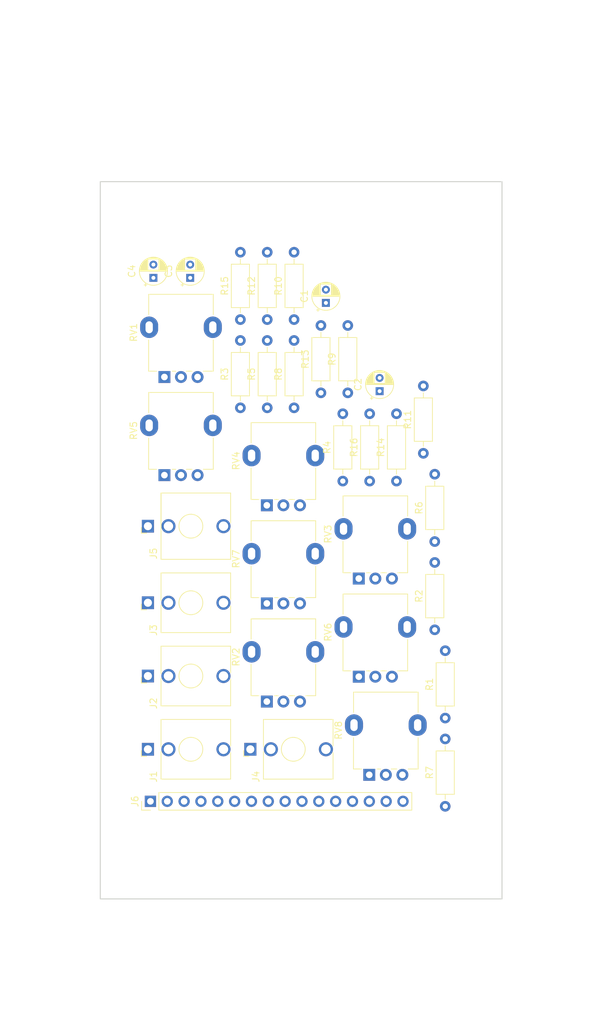
<source format=kicad_pcb>
(kicad_pcb (version 20171130) (host pcbnew 5.1.10)

  (general
    (thickness 1.6)
    (drawings 19)
    (tracks 0)
    (zones 0)
    (modules 38)
    (nets 41)
  )

  (page A4)
  (title_block
    (title "(title)")
    (comment 1 "PCB for panel")
    (comment 2 "(description)")
    (comment 4 "License CC BY 4.0 - Attribution 4.0 International")
  )

  (layers
    (0 F.Cu signal)
    (31 B.Cu signal)
    (32 B.Adhes user)
    (33 F.Adhes user)
    (34 B.Paste user)
    (35 F.Paste user)
    (36 B.SilkS user)
    (37 F.SilkS user)
    (38 B.Mask user)
    (39 F.Mask user)
    (40 Dwgs.User user)
    (41 Cmts.User user)
    (42 Eco1.User user)
    (43 Eco2.User user)
    (44 Edge.Cuts user)
    (45 Margin user)
    (46 B.CrtYd user)
    (47 F.CrtYd user)
    (48 B.Fab user)
    (49 F.Fab user)
  )

  (setup
    (last_trace_width 0.25)
    (user_trace_width 0.381)
    (user_trace_width 0.762)
    (trace_clearance 0.2)
    (zone_clearance 0.508)
    (zone_45_only no)
    (trace_min 0.2)
    (via_size 0.8)
    (via_drill 0.4)
    (via_min_size 0.4)
    (via_min_drill 0.3)
    (uvia_size 0.3)
    (uvia_drill 0.1)
    (uvias_allowed no)
    (uvia_min_size 0.2)
    (uvia_min_drill 0.1)
    (edge_width 0.05)
    (segment_width 0.2)
    (pcb_text_width 0.3)
    (pcb_text_size 1.5 1.5)
    (mod_edge_width 0.12)
    (mod_text_size 1 1)
    (mod_text_width 0.15)
    (pad_size 1.524 1.524)
    (pad_drill 0.762)
    (pad_to_mask_clearance 0)
    (aux_axis_origin 0 0)
    (visible_elements FFFFFF7F)
    (pcbplotparams
      (layerselection 0x010fc_ffffffff)
      (usegerberextensions false)
      (usegerberattributes true)
      (usegerberadvancedattributes true)
      (creategerberjobfile true)
      (excludeedgelayer true)
      (linewidth 0.100000)
      (plotframeref false)
      (viasonmask false)
      (mode 1)
      (useauxorigin false)
      (hpglpennumber 1)
      (hpglpenspeed 20)
      (hpglpendiameter 15.000000)
      (psnegative false)
      (psa4output false)
      (plotreference true)
      (plotvalue true)
      (plotinvisibletext false)
      (padsonsilk false)
      (subtractmaskfromsilk false)
      (outputformat 1)
      (mirror false)
      (drillshape 1)
      (scaleselection 1)
      (outputdirectory ""))
  )

  (net 0 "")
  (net 1 "Net-(C1-Pad2)")
  (net 2 "Net-(C1-Pad1)")
  (net 3 "Net-(C2-Pad2)")
  (net 4 "Net-(C2-Pad1)")
  (net 5 "Net-(C3-Pad2)")
  (net 6 "Net-(C3-Pad1)")
  (net 7 "Net-(C4-Pad2)")
  (net 8 "Net-(C4-Pad1)")
  (net 9 "Net-(J1-PadTN)")
  (net 10 GND)
  (net 11 "Net-(J1-PadT)")
  (net 12 "Net-(J2-PadTN)")
  (net 13 "Net-(J2-PadT)")
  (net 14 "Net-(J3-PadTN)")
  (net 15 "Net-(J3-PadT)")
  (net 16 "Net-(J4-PadTN)")
  (net 17 "Net-(J4-PadT)")
  (net 18 /STEREO_L)
  (net 19 /STEREO_R)
  (net 20 +15V)
  (net 21 "Net-(J6-Pad14)")
  (net 22 "Net-(J6-Pad13)")
  (net 23 "Net-(J6-Pad12)")
  (net 24 "Net-(J6-Pad11)")
  (net 25 "Net-(J6-Pad10)")
  (net 26 "Net-(J6-Pad9)")
  (net 27 "Net-(J6-Pad8)")
  (net 28 "Net-(J6-Pad7)")
  (net 29 "Net-(J6-Pad6)")
  (net 30 "Net-(J6-Pad5)")
  (net 31 /LEFT)
  (net 32 /RIGHT)
  (net 33 "Net-(R1-Pad1)")
  (net 34 "Net-(R10-Pad1)")
  (net 35 "Net-(R11-Pad2)")
  (net 36 "Net-(R12-Pad1)")
  (net 37 "Net-(R13-Pad2)")
  (net 38 "Net-(R14-Pad1)")
  (net 39 "Net-(R15-Pad2)")
  (net 40 "Net-(R16-Pad1)")

  (net_class Default "This is the default net class."
    (clearance 0.2)
    (trace_width 0.25)
    (via_dia 0.8)
    (via_drill 0.4)
    (uvia_dia 0.3)
    (uvia_drill 0.1)
    (add_net +15V)
    (add_net /LEFT)
    (add_net /RIGHT)
    (add_net /STEREO_L)
    (add_net /STEREO_R)
    (add_net GND)
    (add_net "Net-(C1-Pad1)")
    (add_net "Net-(C1-Pad2)")
    (add_net "Net-(C2-Pad1)")
    (add_net "Net-(C2-Pad2)")
    (add_net "Net-(C3-Pad1)")
    (add_net "Net-(C3-Pad2)")
    (add_net "Net-(C4-Pad1)")
    (add_net "Net-(C4-Pad2)")
    (add_net "Net-(J1-PadT)")
    (add_net "Net-(J1-PadTN)")
    (add_net "Net-(J2-PadT)")
    (add_net "Net-(J2-PadTN)")
    (add_net "Net-(J3-PadT)")
    (add_net "Net-(J3-PadTN)")
    (add_net "Net-(J4-PadT)")
    (add_net "Net-(J4-PadTN)")
    (add_net "Net-(J6-Pad10)")
    (add_net "Net-(J6-Pad11)")
    (add_net "Net-(J6-Pad12)")
    (add_net "Net-(J6-Pad13)")
    (add_net "Net-(J6-Pad14)")
    (add_net "Net-(J6-Pad5)")
    (add_net "Net-(J6-Pad6)")
    (add_net "Net-(J6-Pad7)")
    (add_net "Net-(J6-Pad8)")
    (add_net "Net-(J6-Pad9)")
    (add_net "Net-(R1-Pad1)")
    (add_net "Net-(R10-Pad1)")
    (add_net "Net-(R11-Pad2)")
    (add_net "Net-(R12-Pad1)")
    (add_net "Net-(R13-Pad2)")
    (add_net "Net-(R14-Pad1)")
    (add_net "Net-(R15-Pad2)")
    (add_net "Net-(R16-Pad1)")
  )

  (module elektrophon:Potentiometer_Alpha_RD901F-40-00D_Single_Vertical (layer F.Cu) (tedit 5DA46BB9) (tstamp 61028579)
    (at 93.916 132.762801 90)
    (descr "Potentiometer, vertical, 9mm, single, http://www.taiwanalpha.com.tw/downloads?target=products&id=113")
    (tags "potentiometer vertical 9mm single")
    (path /5DE8665F)
    (fp_text reference RV8 (at -0.79 -7.18 270) (layer F.SilkS)
      (effects (font (size 1 1) (thickness 0.15)))
    )
    (fp_text value 25k (at -7.5 7.32 270) (layer F.Fab)
      (effects (font (size 1 1) (thickness 0.15)))
    )
    (fp_text user %R (at 0.12 0 90) (layer F.Fab)
      (effects (font (size 1 1) (thickness 0.15)))
    )
    (fp_line (start -8.65 6.37) (end 5.1 6.37) (layer F.CrtYd) (width 0.05))
    (fp_line (start -8.65 -6.45) (end -8.65 6.37) (layer F.CrtYd) (width 0.05))
    (fp_line (start 5.1 -6.45) (end -8.65 -6.45) (layer F.CrtYd) (width 0.05))
    (fp_line (start 5.1 6.37) (end 5.1 -6.45) (layer F.CrtYd) (width 0.05))
    (fp_line (start 4.97 4.83) (end 4.97 -4.91) (layer F.SilkS) (width 0.12))
    (fp_line (start -6.62 4.83) (end -6.62 3.34) (layer F.SilkS) (width 0.12))
    (fp_line (start 1.91 4.83) (end 4.97 4.83) (layer F.SilkS) (width 0.12))
    (fp_line (start -6.62 -4.92) (end -1.9 -4.92) (layer F.SilkS) (width 0.12))
    (fp_circle (center 0 -0.04) (end 0 -3.54) (layer F.Fab) (width 0.1))
    (fp_line (start -6.5 4.71) (end -6.5 -4.79) (layer F.Fab) (width 0.1))
    (fp_line (start 4.85 4.71) (end 4.85 -4.79) (layer F.Fab) (width 0.1))
    (fp_line (start -6.5 -4.79) (end 4.85 -4.79) (layer F.Fab) (width 0.1))
    (fp_line (start -6.5 4.71) (end 4.85 4.71) (layer F.Fab) (width 0.1))
    (fp_line (start 1.91 -4.91) (end 4.97 -4.91) (layer F.SilkS) (width 0.12))
    (fp_line (start -6.62 4.83) (end -1.9 4.83) (layer F.SilkS) (width 0.12))
    (fp_line (start -6.62 -3.73) (end -6.62 -4.91) (layer F.SilkS) (width 0.12))
    (fp_line (start -6.62 -0.83) (end -6.62 -1.36) (layer F.SilkS) (width 0.12))
    (fp_line (start -6.62 1.62) (end -6.62 0.79) (layer F.SilkS) (width 0.12))
    (pad "" thru_hole oval (at 0 -4.84 180) (size 2.72 3.24) (drill oval 1.1 1.8) (layers *.Cu *.Mask))
    (pad "" thru_hole oval (at 0 4.76 180) (size 2.72 3.24) (drill oval 1.1 1.8) (layers *.Cu *.Mask))
    (pad 3 thru_hole circle (at -7.5 2.46 180) (size 1.8 1.8) (drill 1) (layers *.Cu *.Mask)
      (net 40 "Net-(R16-Pad1)"))
    (pad 2 thru_hole circle (at -7.5 -0.04 180) (size 1.8 1.8) (drill 1) (layers *.Cu *.Mask)
      (net 10 GND))
    (pad 1 thru_hole rect (at -7.5 -2.54 180) (size 1.8 1.8) (drill 1) (layers *.Cu *.Mask)
      (net 39 "Net-(R15-Pad2)"))
    (model ${KISYS3DMOD}/Potentiometer_THT.3dshapes/Potentiometer_Alpha_RD901F-40-00D_Single_Vertical.wrl
      (at (xyz 0 0 0))
      (scale (xyz 1 1 1))
      (rotate (xyz 0 0 0))
    )
    (model ${KIPRJMOD}/../../../lib/kicad/models/ALPHA-RD901F-40.step
      (at (xyz 0 0 0))
      (scale (xyz 1 1 1))
      (rotate (xyz 0 0 90))
    )
  )

  (module elektrophon:Potentiometer_Alpha_RD901F-40-00D_Single_Vertical (layer F.Cu) (tedit 5DA46BB9) (tstamp 6102855D)
    (at 78.466 106.912801 90)
    (descr "Potentiometer, vertical, 9mm, single, http://www.taiwanalpha.com.tw/downloads?target=products&id=113")
    (tags "potentiometer vertical 9mm single")
    (path /5DE7D031)
    (fp_text reference RV7 (at -0.79 -7.18 270) (layer F.SilkS)
      (effects (font (size 1 1) (thickness 0.15)))
    )
    (fp_text value 25k (at -7.5 7.32 270) (layer F.Fab)
      (effects (font (size 1 1) (thickness 0.15)))
    )
    (fp_text user %R (at 0.12 0 90) (layer F.Fab)
      (effects (font (size 1 1) (thickness 0.15)))
    )
    (fp_line (start -8.65 6.37) (end 5.1 6.37) (layer F.CrtYd) (width 0.05))
    (fp_line (start -8.65 -6.45) (end -8.65 6.37) (layer F.CrtYd) (width 0.05))
    (fp_line (start 5.1 -6.45) (end -8.65 -6.45) (layer F.CrtYd) (width 0.05))
    (fp_line (start 5.1 6.37) (end 5.1 -6.45) (layer F.CrtYd) (width 0.05))
    (fp_line (start 4.97 4.83) (end 4.97 -4.91) (layer F.SilkS) (width 0.12))
    (fp_line (start -6.62 4.83) (end -6.62 3.34) (layer F.SilkS) (width 0.12))
    (fp_line (start 1.91 4.83) (end 4.97 4.83) (layer F.SilkS) (width 0.12))
    (fp_line (start -6.62 -4.92) (end -1.9 -4.92) (layer F.SilkS) (width 0.12))
    (fp_circle (center 0 -0.04) (end 0 -3.54) (layer F.Fab) (width 0.1))
    (fp_line (start -6.5 4.71) (end -6.5 -4.79) (layer F.Fab) (width 0.1))
    (fp_line (start 4.85 4.71) (end 4.85 -4.79) (layer F.Fab) (width 0.1))
    (fp_line (start -6.5 -4.79) (end 4.85 -4.79) (layer F.Fab) (width 0.1))
    (fp_line (start -6.5 4.71) (end 4.85 4.71) (layer F.Fab) (width 0.1))
    (fp_line (start 1.91 -4.91) (end 4.97 -4.91) (layer F.SilkS) (width 0.12))
    (fp_line (start -6.62 4.83) (end -1.9 4.83) (layer F.SilkS) (width 0.12))
    (fp_line (start -6.62 -3.73) (end -6.62 -4.91) (layer F.SilkS) (width 0.12))
    (fp_line (start -6.62 -0.83) (end -6.62 -1.36) (layer F.SilkS) (width 0.12))
    (fp_line (start -6.62 1.62) (end -6.62 0.79) (layer F.SilkS) (width 0.12))
    (pad "" thru_hole oval (at 0 -4.84 180) (size 2.72 3.24) (drill oval 1.1 1.8) (layers *.Cu *.Mask))
    (pad "" thru_hole oval (at 0 4.76 180) (size 2.72 3.24) (drill oval 1.1 1.8) (layers *.Cu *.Mask))
    (pad 3 thru_hole circle (at -7.5 2.46 180) (size 1.8 1.8) (drill 1) (layers *.Cu *.Mask)
      (net 38 "Net-(R14-Pad1)"))
    (pad 2 thru_hole circle (at -7.5 -0.04 180) (size 1.8 1.8) (drill 1) (layers *.Cu *.Mask)
      (net 10 GND))
    (pad 1 thru_hole rect (at -7.5 -2.54 180) (size 1.8 1.8) (drill 1) (layers *.Cu *.Mask)
      (net 37 "Net-(R13-Pad2)"))
    (model ${KISYS3DMOD}/Potentiometer_THT.3dshapes/Potentiometer_Alpha_RD901F-40-00D_Single_Vertical.wrl
      (at (xyz 0 0 0))
      (scale (xyz 1 1 1))
      (rotate (xyz 0 0 0))
    )
    (model ${KIPRJMOD}/../../../lib/kicad/models/ALPHA-RD901F-40.step
      (at (xyz 0 0 0))
      (scale (xyz 1 1 1))
      (rotate (xyz 0 0 90))
    )
  )

  (module elektrophon:Potentiometer_Alpha_RD901F-40-00D_Single_Vertical (layer F.Cu) (tedit 5DA46BB9) (tstamp 61028541)
    (at 92.336 117.962801 90)
    (descr "Potentiometer, vertical, 9mm, single, http://www.taiwanalpha.com.tw/downloads?target=products&id=113")
    (tags "potentiometer vertical 9mm single")
    (path /5DE75A30)
    (fp_text reference RV6 (at -0.79 -7.18 270) (layer F.SilkS)
      (effects (font (size 1 1) (thickness 0.15)))
    )
    (fp_text value 25k (at -7.5 7.32 270) (layer F.Fab)
      (effects (font (size 1 1) (thickness 0.15)))
    )
    (fp_text user %R (at 0.12 0 90) (layer F.Fab)
      (effects (font (size 1 1) (thickness 0.15)))
    )
    (fp_line (start -8.65 6.37) (end 5.1 6.37) (layer F.CrtYd) (width 0.05))
    (fp_line (start -8.65 -6.45) (end -8.65 6.37) (layer F.CrtYd) (width 0.05))
    (fp_line (start 5.1 -6.45) (end -8.65 -6.45) (layer F.CrtYd) (width 0.05))
    (fp_line (start 5.1 6.37) (end 5.1 -6.45) (layer F.CrtYd) (width 0.05))
    (fp_line (start 4.97 4.83) (end 4.97 -4.91) (layer F.SilkS) (width 0.12))
    (fp_line (start -6.62 4.83) (end -6.62 3.34) (layer F.SilkS) (width 0.12))
    (fp_line (start 1.91 4.83) (end 4.97 4.83) (layer F.SilkS) (width 0.12))
    (fp_line (start -6.62 -4.92) (end -1.9 -4.92) (layer F.SilkS) (width 0.12))
    (fp_circle (center 0 -0.04) (end 0 -3.54) (layer F.Fab) (width 0.1))
    (fp_line (start -6.5 4.71) (end -6.5 -4.79) (layer F.Fab) (width 0.1))
    (fp_line (start 4.85 4.71) (end 4.85 -4.79) (layer F.Fab) (width 0.1))
    (fp_line (start -6.5 -4.79) (end 4.85 -4.79) (layer F.Fab) (width 0.1))
    (fp_line (start -6.5 4.71) (end 4.85 4.71) (layer F.Fab) (width 0.1))
    (fp_line (start 1.91 -4.91) (end 4.97 -4.91) (layer F.SilkS) (width 0.12))
    (fp_line (start -6.62 4.83) (end -1.9 4.83) (layer F.SilkS) (width 0.12))
    (fp_line (start -6.62 -3.73) (end -6.62 -4.91) (layer F.SilkS) (width 0.12))
    (fp_line (start -6.62 -0.83) (end -6.62 -1.36) (layer F.SilkS) (width 0.12))
    (fp_line (start -6.62 1.62) (end -6.62 0.79) (layer F.SilkS) (width 0.12))
    (pad "" thru_hole oval (at 0 -4.84 180) (size 2.72 3.24) (drill oval 1.1 1.8) (layers *.Cu *.Mask))
    (pad "" thru_hole oval (at 0 4.76 180) (size 2.72 3.24) (drill oval 1.1 1.8) (layers *.Cu *.Mask))
    (pad 3 thru_hole circle (at -7.5 2.46 180) (size 1.8 1.8) (drill 1) (layers *.Cu *.Mask)
      (net 36 "Net-(R12-Pad1)"))
    (pad 2 thru_hole circle (at -7.5 -0.04 180) (size 1.8 1.8) (drill 1) (layers *.Cu *.Mask)
      (net 10 GND))
    (pad 1 thru_hole rect (at -7.5 -2.54 180) (size 1.8 1.8) (drill 1) (layers *.Cu *.Mask)
      (net 35 "Net-(R11-Pad2)"))
    (model ${KISYS3DMOD}/Potentiometer_THT.3dshapes/Potentiometer_Alpha_RD901F-40-00D_Single_Vertical.wrl
      (at (xyz 0 0 0))
      (scale (xyz 1 1 1))
      (rotate (xyz 0 0 0))
    )
    (model ${KIPRJMOD}/../../../lib/kicad/models/ALPHA-RD901F-40.step
      (at (xyz 0 0 0))
      (scale (xyz 1 1 1))
      (rotate (xyz 0 0 90))
    )
  )

  (module elektrophon:Potentiometer_Alpha_RD901F-40-00D_Single_Vertical (layer F.Cu) (tedit 5DA46BB9) (tstamp 61028525)
    (at 63.016 87.562801 90)
    (descr "Potentiometer, vertical, 9mm, single, http://www.taiwanalpha.com.tw/downloads?target=products&id=113")
    (tags "potentiometer vertical 9mm single")
    (path /5DC98973)
    (fp_text reference RV5 (at -0.79 -7.18 270) (layer F.SilkS)
      (effects (font (size 1 1) (thickness 0.15)))
    )
    (fp_text value 25k (at -7.5 7.32 270) (layer F.Fab)
      (effects (font (size 1 1) (thickness 0.15)))
    )
    (fp_text user %R (at 0.12 0 90) (layer F.Fab)
      (effects (font (size 1 1) (thickness 0.15)))
    )
    (fp_line (start -8.65 6.37) (end 5.1 6.37) (layer F.CrtYd) (width 0.05))
    (fp_line (start -8.65 -6.45) (end -8.65 6.37) (layer F.CrtYd) (width 0.05))
    (fp_line (start 5.1 -6.45) (end -8.65 -6.45) (layer F.CrtYd) (width 0.05))
    (fp_line (start 5.1 6.37) (end 5.1 -6.45) (layer F.CrtYd) (width 0.05))
    (fp_line (start 4.97 4.83) (end 4.97 -4.91) (layer F.SilkS) (width 0.12))
    (fp_line (start -6.62 4.83) (end -6.62 3.34) (layer F.SilkS) (width 0.12))
    (fp_line (start 1.91 4.83) (end 4.97 4.83) (layer F.SilkS) (width 0.12))
    (fp_line (start -6.62 -4.92) (end -1.9 -4.92) (layer F.SilkS) (width 0.12))
    (fp_circle (center 0 -0.04) (end 0 -3.54) (layer F.Fab) (width 0.1))
    (fp_line (start -6.5 4.71) (end -6.5 -4.79) (layer F.Fab) (width 0.1))
    (fp_line (start 4.85 4.71) (end 4.85 -4.79) (layer F.Fab) (width 0.1))
    (fp_line (start -6.5 -4.79) (end 4.85 -4.79) (layer F.Fab) (width 0.1))
    (fp_line (start -6.5 4.71) (end 4.85 4.71) (layer F.Fab) (width 0.1))
    (fp_line (start 1.91 -4.91) (end 4.97 -4.91) (layer F.SilkS) (width 0.12))
    (fp_line (start -6.62 4.83) (end -1.9 4.83) (layer F.SilkS) (width 0.12))
    (fp_line (start -6.62 -3.73) (end -6.62 -4.91) (layer F.SilkS) (width 0.12))
    (fp_line (start -6.62 -0.83) (end -6.62 -1.36) (layer F.SilkS) (width 0.12))
    (fp_line (start -6.62 1.62) (end -6.62 0.79) (layer F.SilkS) (width 0.12))
    (pad "" thru_hole oval (at 0 -4.84 180) (size 2.72 3.24) (drill oval 1.1 1.8) (layers *.Cu *.Mask))
    (pad "" thru_hole oval (at 0 4.76 180) (size 2.72 3.24) (drill oval 1.1 1.8) (layers *.Cu *.Mask))
    (pad 3 thru_hole circle (at -7.5 2.46 180) (size 1.8 1.8) (drill 1) (layers *.Cu *.Mask)
      (net 34 "Net-(R10-Pad1)"))
    (pad 2 thru_hole circle (at -7.5 -0.04 180) (size 1.8 1.8) (drill 1) (layers *.Cu *.Mask)
      (net 10 GND))
    (pad 1 thru_hole rect (at -7.5 -2.54 180) (size 1.8 1.8) (drill 1) (layers *.Cu *.Mask)
      (net 33 "Net-(R1-Pad1)"))
    (model ${KISYS3DMOD}/Potentiometer_THT.3dshapes/Potentiometer_Alpha_RD901F-40-00D_Single_Vertical.wrl
      (at (xyz 0 0 0))
      (scale (xyz 1 1 1))
      (rotate (xyz 0 0 0))
    )
    (model ${KIPRJMOD}/../../../lib/kicad/models/ALPHA-RD901F-40.step
      (at (xyz 0 0 0))
      (scale (xyz 1 1 1))
      (rotate (xyz 0 0 90))
    )
  )

  (module elektrophon:Potentiometer_Alpha_RD901F-40-00D_Single_Vertical (layer F.Cu) (tedit 5DA46BB9) (tstamp 61028509)
    (at 78.466 92.112801 90)
    (descr "Potentiometer, vertical, 9mm, single, http://www.taiwanalpha.com.tw/downloads?target=products&id=113")
    (tags "potentiometer vertical 9mm single")
    (path /5DE86627)
    (fp_text reference RV4 (at -0.79 -7.18 270) (layer F.SilkS)
      (effects (font (size 1 1) (thickness 0.15)))
    )
    (fp_text value "10k LOG" (at -7.5 7.32 270) (layer F.Fab)
      (effects (font (size 1 1) (thickness 0.15)))
    )
    (fp_text user %R (at 0.12 0 90) (layer F.Fab)
      (effects (font (size 1 1) (thickness 0.15)))
    )
    (fp_line (start -8.65 6.37) (end 5.1 6.37) (layer F.CrtYd) (width 0.05))
    (fp_line (start -8.65 -6.45) (end -8.65 6.37) (layer F.CrtYd) (width 0.05))
    (fp_line (start 5.1 -6.45) (end -8.65 -6.45) (layer F.CrtYd) (width 0.05))
    (fp_line (start 5.1 6.37) (end 5.1 -6.45) (layer F.CrtYd) (width 0.05))
    (fp_line (start 4.97 4.83) (end 4.97 -4.91) (layer F.SilkS) (width 0.12))
    (fp_line (start -6.62 4.83) (end -6.62 3.34) (layer F.SilkS) (width 0.12))
    (fp_line (start 1.91 4.83) (end 4.97 4.83) (layer F.SilkS) (width 0.12))
    (fp_line (start -6.62 -4.92) (end -1.9 -4.92) (layer F.SilkS) (width 0.12))
    (fp_circle (center 0 -0.04) (end 0 -3.54) (layer F.Fab) (width 0.1))
    (fp_line (start -6.5 4.71) (end -6.5 -4.79) (layer F.Fab) (width 0.1))
    (fp_line (start 4.85 4.71) (end 4.85 -4.79) (layer F.Fab) (width 0.1))
    (fp_line (start -6.5 -4.79) (end 4.85 -4.79) (layer F.Fab) (width 0.1))
    (fp_line (start -6.5 4.71) (end 4.85 4.71) (layer F.Fab) (width 0.1))
    (fp_line (start 1.91 -4.91) (end 4.97 -4.91) (layer F.SilkS) (width 0.12))
    (fp_line (start -6.62 4.83) (end -1.9 4.83) (layer F.SilkS) (width 0.12))
    (fp_line (start -6.62 -3.73) (end -6.62 -4.91) (layer F.SilkS) (width 0.12))
    (fp_line (start -6.62 -0.83) (end -6.62 -1.36) (layer F.SilkS) (width 0.12))
    (fp_line (start -6.62 1.62) (end -6.62 0.79) (layer F.SilkS) (width 0.12))
    (pad "" thru_hole oval (at 0 -4.84 180) (size 2.72 3.24) (drill oval 1.1 1.8) (layers *.Cu *.Mask))
    (pad "" thru_hole oval (at 0 4.76 180) (size 2.72 3.24) (drill oval 1.1 1.8) (layers *.Cu *.Mask))
    (pad 3 thru_hole circle (at -7.5 2.46 180) (size 1.8 1.8) (drill 1) (layers *.Cu *.Mask)
      (net 10 GND))
    (pad 2 thru_hole circle (at -7.5 -0.04 180) (size 1.8 1.8) (drill 1) (layers *.Cu *.Mask)
      (net 8 "Net-(C4-Pad1)"))
    (pad 1 thru_hole rect (at -7.5 -2.54 180) (size 1.8 1.8) (drill 1) (layers *.Cu *.Mask)
      (net 17 "Net-(J4-PadT)"))
    (model ${KISYS3DMOD}/Potentiometer_THT.3dshapes/Potentiometer_Alpha_RD901F-40-00D_Single_Vertical.wrl
      (at (xyz 0 0 0))
      (scale (xyz 1 1 1))
      (rotate (xyz 0 0 0))
    )
    (model ${KIPRJMOD}/../../../lib/kicad/models/ALPHA-RD901F-40.step
      (at (xyz 0 0 0))
      (scale (xyz 1 1 1))
      (rotate (xyz 0 0 90))
    )
  )

  (module elektrophon:Potentiometer_Alpha_RD901F-40-00D_Single_Vertical (layer F.Cu) (tedit 5DA46BB9) (tstamp 610284ED)
    (at 92.336 103.162801 90)
    (descr "Potentiometer, vertical, 9mm, single, http://www.taiwanalpha.com.tw/downloads?target=products&id=113")
    (tags "potentiometer vertical 9mm single")
    (path /5DE7CFF9)
    (fp_text reference RV3 (at -0.79 -7.18 270) (layer F.SilkS)
      (effects (font (size 1 1) (thickness 0.15)))
    )
    (fp_text value "10k LOG" (at -7.5 7.32 270) (layer F.Fab)
      (effects (font (size 1 1) (thickness 0.15)))
    )
    (fp_text user %R (at 0.12 0 90) (layer F.Fab)
      (effects (font (size 1 1) (thickness 0.15)))
    )
    (fp_line (start -8.65 6.37) (end 5.1 6.37) (layer F.CrtYd) (width 0.05))
    (fp_line (start -8.65 -6.45) (end -8.65 6.37) (layer F.CrtYd) (width 0.05))
    (fp_line (start 5.1 -6.45) (end -8.65 -6.45) (layer F.CrtYd) (width 0.05))
    (fp_line (start 5.1 6.37) (end 5.1 -6.45) (layer F.CrtYd) (width 0.05))
    (fp_line (start 4.97 4.83) (end 4.97 -4.91) (layer F.SilkS) (width 0.12))
    (fp_line (start -6.62 4.83) (end -6.62 3.34) (layer F.SilkS) (width 0.12))
    (fp_line (start 1.91 4.83) (end 4.97 4.83) (layer F.SilkS) (width 0.12))
    (fp_line (start -6.62 -4.92) (end -1.9 -4.92) (layer F.SilkS) (width 0.12))
    (fp_circle (center 0 -0.04) (end 0 -3.54) (layer F.Fab) (width 0.1))
    (fp_line (start -6.5 4.71) (end -6.5 -4.79) (layer F.Fab) (width 0.1))
    (fp_line (start 4.85 4.71) (end 4.85 -4.79) (layer F.Fab) (width 0.1))
    (fp_line (start -6.5 -4.79) (end 4.85 -4.79) (layer F.Fab) (width 0.1))
    (fp_line (start -6.5 4.71) (end 4.85 4.71) (layer F.Fab) (width 0.1))
    (fp_line (start 1.91 -4.91) (end 4.97 -4.91) (layer F.SilkS) (width 0.12))
    (fp_line (start -6.62 4.83) (end -1.9 4.83) (layer F.SilkS) (width 0.12))
    (fp_line (start -6.62 -3.73) (end -6.62 -4.91) (layer F.SilkS) (width 0.12))
    (fp_line (start -6.62 -0.83) (end -6.62 -1.36) (layer F.SilkS) (width 0.12))
    (fp_line (start -6.62 1.62) (end -6.62 0.79) (layer F.SilkS) (width 0.12))
    (pad "" thru_hole oval (at 0 -4.84 180) (size 2.72 3.24) (drill oval 1.1 1.8) (layers *.Cu *.Mask))
    (pad "" thru_hole oval (at 0 4.76 180) (size 2.72 3.24) (drill oval 1.1 1.8) (layers *.Cu *.Mask))
    (pad 3 thru_hole circle (at -7.5 2.46 180) (size 1.8 1.8) (drill 1) (layers *.Cu *.Mask)
      (net 10 GND))
    (pad 2 thru_hole circle (at -7.5 -0.04 180) (size 1.8 1.8) (drill 1) (layers *.Cu *.Mask)
      (net 6 "Net-(C3-Pad1)"))
    (pad 1 thru_hole rect (at -7.5 -2.54 180) (size 1.8 1.8) (drill 1) (layers *.Cu *.Mask)
      (net 15 "Net-(J3-PadT)"))
    (model ${KISYS3DMOD}/Potentiometer_THT.3dshapes/Potentiometer_Alpha_RD901F-40-00D_Single_Vertical.wrl
      (at (xyz 0 0 0))
      (scale (xyz 1 1 1))
      (rotate (xyz 0 0 0))
    )
    (model ${KIPRJMOD}/../../../lib/kicad/models/ALPHA-RD901F-40.step
      (at (xyz 0 0 0))
      (scale (xyz 1 1 1))
      (rotate (xyz 0 0 90))
    )
  )

  (module elektrophon:Potentiometer_Alpha_RD901F-40-00D_Single_Vertical (layer F.Cu) (tedit 5DA46BB9) (tstamp 610284D1)
    (at 78.466 121.712801 90)
    (descr "Potentiometer, vertical, 9mm, single, http://www.taiwanalpha.com.tw/downloads?target=products&id=113")
    (tags "potentiometer vertical 9mm single")
    (path /5DE759F8)
    (fp_text reference RV2 (at -0.79 -7.18 270) (layer F.SilkS)
      (effects (font (size 1 1) (thickness 0.15)))
    )
    (fp_text value "10k LOG" (at -7.5 7.32 270) (layer F.Fab)
      (effects (font (size 1 1) (thickness 0.15)))
    )
    (fp_text user %R (at 0.12 0 90) (layer F.Fab)
      (effects (font (size 1 1) (thickness 0.15)))
    )
    (fp_line (start -8.65 6.37) (end 5.1 6.37) (layer F.CrtYd) (width 0.05))
    (fp_line (start -8.65 -6.45) (end -8.65 6.37) (layer F.CrtYd) (width 0.05))
    (fp_line (start 5.1 -6.45) (end -8.65 -6.45) (layer F.CrtYd) (width 0.05))
    (fp_line (start 5.1 6.37) (end 5.1 -6.45) (layer F.CrtYd) (width 0.05))
    (fp_line (start 4.97 4.83) (end 4.97 -4.91) (layer F.SilkS) (width 0.12))
    (fp_line (start -6.62 4.83) (end -6.62 3.34) (layer F.SilkS) (width 0.12))
    (fp_line (start 1.91 4.83) (end 4.97 4.83) (layer F.SilkS) (width 0.12))
    (fp_line (start -6.62 -4.92) (end -1.9 -4.92) (layer F.SilkS) (width 0.12))
    (fp_circle (center 0 -0.04) (end 0 -3.54) (layer F.Fab) (width 0.1))
    (fp_line (start -6.5 4.71) (end -6.5 -4.79) (layer F.Fab) (width 0.1))
    (fp_line (start 4.85 4.71) (end 4.85 -4.79) (layer F.Fab) (width 0.1))
    (fp_line (start -6.5 -4.79) (end 4.85 -4.79) (layer F.Fab) (width 0.1))
    (fp_line (start -6.5 4.71) (end 4.85 4.71) (layer F.Fab) (width 0.1))
    (fp_line (start 1.91 -4.91) (end 4.97 -4.91) (layer F.SilkS) (width 0.12))
    (fp_line (start -6.62 4.83) (end -1.9 4.83) (layer F.SilkS) (width 0.12))
    (fp_line (start -6.62 -3.73) (end -6.62 -4.91) (layer F.SilkS) (width 0.12))
    (fp_line (start -6.62 -0.83) (end -6.62 -1.36) (layer F.SilkS) (width 0.12))
    (fp_line (start -6.62 1.62) (end -6.62 0.79) (layer F.SilkS) (width 0.12))
    (pad "" thru_hole oval (at 0 -4.84 180) (size 2.72 3.24) (drill oval 1.1 1.8) (layers *.Cu *.Mask))
    (pad "" thru_hole oval (at 0 4.76 180) (size 2.72 3.24) (drill oval 1.1 1.8) (layers *.Cu *.Mask))
    (pad 3 thru_hole circle (at -7.5 2.46 180) (size 1.8 1.8) (drill 1) (layers *.Cu *.Mask)
      (net 10 GND))
    (pad 2 thru_hole circle (at -7.5 -0.04 180) (size 1.8 1.8) (drill 1) (layers *.Cu *.Mask)
      (net 4 "Net-(C2-Pad1)"))
    (pad 1 thru_hole rect (at -7.5 -2.54 180) (size 1.8 1.8) (drill 1) (layers *.Cu *.Mask)
      (net 13 "Net-(J2-PadT)"))
    (model ${KISYS3DMOD}/Potentiometer_THT.3dshapes/Potentiometer_Alpha_RD901F-40-00D_Single_Vertical.wrl
      (at (xyz 0 0 0))
      (scale (xyz 1 1 1))
      (rotate (xyz 0 0 0))
    )
    (model ${KIPRJMOD}/../../../lib/kicad/models/ALPHA-RD901F-40.step
      (at (xyz 0 0 0))
      (scale (xyz 1 1 1))
      (rotate (xyz 0 0 90))
    )
  )

  (module elektrophon:Potentiometer_Alpha_RD901F-40-00D_Single_Vertical (layer F.Cu) (tedit 5DA46BB9) (tstamp 610284B5)
    (at 63.016 72.762801 90)
    (descr "Potentiometer, vertical, 9mm, single, http://www.taiwanalpha.com.tw/downloads?target=products&id=113")
    (tags "potentiometer vertical 9mm single")
    (path /5DB443F5)
    (fp_text reference RV1 (at -0.79 -7.18 270) (layer F.SilkS)
      (effects (font (size 1 1) (thickness 0.15)))
    )
    (fp_text value "10k LOG" (at -7.5 7.32 270) (layer F.Fab)
      (effects (font (size 1 1) (thickness 0.15)))
    )
    (fp_text user %R (at 0.12 0 90) (layer F.Fab)
      (effects (font (size 1 1) (thickness 0.15)))
    )
    (fp_line (start -8.65 6.37) (end 5.1 6.37) (layer F.CrtYd) (width 0.05))
    (fp_line (start -8.65 -6.45) (end -8.65 6.37) (layer F.CrtYd) (width 0.05))
    (fp_line (start 5.1 -6.45) (end -8.65 -6.45) (layer F.CrtYd) (width 0.05))
    (fp_line (start 5.1 6.37) (end 5.1 -6.45) (layer F.CrtYd) (width 0.05))
    (fp_line (start 4.97 4.83) (end 4.97 -4.91) (layer F.SilkS) (width 0.12))
    (fp_line (start -6.62 4.83) (end -6.62 3.34) (layer F.SilkS) (width 0.12))
    (fp_line (start 1.91 4.83) (end 4.97 4.83) (layer F.SilkS) (width 0.12))
    (fp_line (start -6.62 -4.92) (end -1.9 -4.92) (layer F.SilkS) (width 0.12))
    (fp_circle (center 0 -0.04) (end 0 -3.54) (layer F.Fab) (width 0.1))
    (fp_line (start -6.5 4.71) (end -6.5 -4.79) (layer F.Fab) (width 0.1))
    (fp_line (start 4.85 4.71) (end 4.85 -4.79) (layer F.Fab) (width 0.1))
    (fp_line (start -6.5 -4.79) (end 4.85 -4.79) (layer F.Fab) (width 0.1))
    (fp_line (start -6.5 4.71) (end 4.85 4.71) (layer F.Fab) (width 0.1))
    (fp_line (start 1.91 -4.91) (end 4.97 -4.91) (layer F.SilkS) (width 0.12))
    (fp_line (start -6.62 4.83) (end -1.9 4.83) (layer F.SilkS) (width 0.12))
    (fp_line (start -6.62 -3.73) (end -6.62 -4.91) (layer F.SilkS) (width 0.12))
    (fp_line (start -6.62 -0.83) (end -6.62 -1.36) (layer F.SilkS) (width 0.12))
    (fp_line (start -6.62 1.62) (end -6.62 0.79) (layer F.SilkS) (width 0.12))
    (pad "" thru_hole oval (at 0 -4.84 180) (size 2.72 3.24) (drill oval 1.1 1.8) (layers *.Cu *.Mask))
    (pad "" thru_hole oval (at 0 4.76 180) (size 2.72 3.24) (drill oval 1.1 1.8) (layers *.Cu *.Mask))
    (pad 3 thru_hole circle (at -7.5 2.46 180) (size 1.8 1.8) (drill 1) (layers *.Cu *.Mask)
      (net 10 GND))
    (pad 2 thru_hole circle (at -7.5 -0.04 180) (size 1.8 1.8) (drill 1) (layers *.Cu *.Mask)
      (net 2 "Net-(C1-Pad1)"))
    (pad 1 thru_hole rect (at -7.5 -2.54 180) (size 1.8 1.8) (drill 1) (layers *.Cu *.Mask)
      (net 11 "Net-(J1-PadT)"))
    (model ${KISYS3DMOD}/Potentiometer_THT.3dshapes/Potentiometer_Alpha_RD901F-40-00D_Single_Vertical.wrl
      (at (xyz 0 0 0))
      (scale (xyz 1 1 1))
      (rotate (xyz 0 0 0))
    )
    (model ${KIPRJMOD}/../../../lib/kicad/models/ALPHA-RD901F-40.step
      (at (xyz 0 0 0))
      (scale (xyz 1 1 1))
      (rotate (xyz 0 0 90))
    )
  )

  (module Resistor_THT:R_Axial_DIN0207_L6.3mm_D2.5mm_P10.16mm_Horizontal (layer F.Cu) (tedit 5AE5139B) (tstamp 61028499)
    (at 91.436 95.962801 90)
    (descr "Resistor, Axial_DIN0207 series, Axial, Horizontal, pin pitch=10.16mm, 0.25W = 1/4W, length*diameter=6.3*2.5mm^2, http://cdn-reichelt.de/documents/datenblatt/B400/1_4W%23YAG.pdf")
    (tags "Resistor Axial_DIN0207 series Axial Horizontal pin pitch 10.16mm 0.25W = 1/4W length 6.3mm diameter 2.5mm")
    (path /5DE86673)
    (fp_text reference R16 (at 5.08 -2.37 90) (layer F.SilkS)
      (effects (font (size 1 1) (thickness 0.15)))
    )
    (fp_text value 10k (at 5.08 2.37 90) (layer F.Fab)
      (effects (font (size 1 1) (thickness 0.15)))
    )
    (fp_text user %R (at 5.08 0 90) (layer F.Fab)
      (effects (font (size 1 1) (thickness 0.15)))
    )
    (fp_line (start 1.93 -1.25) (end 1.93 1.25) (layer F.Fab) (width 0.1))
    (fp_line (start 1.93 1.25) (end 8.23 1.25) (layer F.Fab) (width 0.1))
    (fp_line (start 8.23 1.25) (end 8.23 -1.25) (layer F.Fab) (width 0.1))
    (fp_line (start 8.23 -1.25) (end 1.93 -1.25) (layer F.Fab) (width 0.1))
    (fp_line (start 0 0) (end 1.93 0) (layer F.Fab) (width 0.1))
    (fp_line (start 10.16 0) (end 8.23 0) (layer F.Fab) (width 0.1))
    (fp_line (start 1.81 -1.37) (end 1.81 1.37) (layer F.SilkS) (width 0.12))
    (fp_line (start 1.81 1.37) (end 8.35 1.37) (layer F.SilkS) (width 0.12))
    (fp_line (start 8.35 1.37) (end 8.35 -1.37) (layer F.SilkS) (width 0.12))
    (fp_line (start 8.35 -1.37) (end 1.81 -1.37) (layer F.SilkS) (width 0.12))
    (fp_line (start 1.04 0) (end 1.81 0) (layer F.SilkS) (width 0.12))
    (fp_line (start 9.12 0) (end 8.35 0) (layer F.SilkS) (width 0.12))
    (fp_line (start -1.05 -1.5) (end -1.05 1.5) (layer F.CrtYd) (width 0.05))
    (fp_line (start -1.05 1.5) (end 11.21 1.5) (layer F.CrtYd) (width 0.05))
    (fp_line (start 11.21 1.5) (end 11.21 -1.5) (layer F.CrtYd) (width 0.05))
    (fp_line (start 11.21 -1.5) (end -1.05 -1.5) (layer F.CrtYd) (width 0.05))
    (pad 2 thru_hole oval (at 10.16 0 90) (size 1.6 1.6) (drill 0.8) (layers *.Cu *.Mask)
      (net 32 /RIGHT))
    (pad 1 thru_hole circle (at 0 0 90) (size 1.6 1.6) (drill 0.8) (layers *.Cu *.Mask)
      (net 40 "Net-(R16-Pad1)"))
    (model ${KISYS3DMOD}/Resistor_THT.3dshapes/R_Axial_DIN0207_L6.3mm_D2.5mm_P10.16mm_Horizontal.wrl
      (at (xyz 0 0 0))
      (scale (xyz 1 1 1))
      (rotate (xyz 0 0 0))
    )
  )

  (module Resistor_THT:R_Axial_DIN0207_L6.3mm_D2.5mm_P10.16mm_Horizontal (layer F.Cu) (tedit 5AE5139B) (tstamp 61028482)
    (at 71.936 71.602801 90)
    (descr "Resistor, Axial_DIN0207 series, Axial, Horizontal, pin pitch=10.16mm, 0.25W = 1/4W, length*diameter=6.3*2.5mm^2, http://cdn-reichelt.de/documents/datenblatt/B400/1_4W%23YAG.pdf")
    (tags "Resistor Axial_DIN0207 series Axial Horizontal pin pitch 10.16mm 0.25W = 1/4W length 6.3mm diameter 2.5mm")
    (path /5DE8666B)
    (fp_text reference R15 (at 5.08 -2.37 90) (layer F.SilkS)
      (effects (font (size 1 1) (thickness 0.15)))
    )
    (fp_text value 10k (at 5.08 2.37 90) (layer F.Fab)
      (effects (font (size 1 1) (thickness 0.15)))
    )
    (fp_text user %R (at 5.08 0 90) (layer F.Fab)
      (effects (font (size 1 1) (thickness 0.15)))
    )
    (fp_line (start 1.93 -1.25) (end 1.93 1.25) (layer F.Fab) (width 0.1))
    (fp_line (start 1.93 1.25) (end 8.23 1.25) (layer F.Fab) (width 0.1))
    (fp_line (start 8.23 1.25) (end 8.23 -1.25) (layer F.Fab) (width 0.1))
    (fp_line (start 8.23 -1.25) (end 1.93 -1.25) (layer F.Fab) (width 0.1))
    (fp_line (start 0 0) (end 1.93 0) (layer F.Fab) (width 0.1))
    (fp_line (start 10.16 0) (end 8.23 0) (layer F.Fab) (width 0.1))
    (fp_line (start 1.81 -1.37) (end 1.81 1.37) (layer F.SilkS) (width 0.12))
    (fp_line (start 1.81 1.37) (end 8.35 1.37) (layer F.SilkS) (width 0.12))
    (fp_line (start 8.35 1.37) (end 8.35 -1.37) (layer F.SilkS) (width 0.12))
    (fp_line (start 8.35 -1.37) (end 1.81 -1.37) (layer F.SilkS) (width 0.12))
    (fp_line (start 1.04 0) (end 1.81 0) (layer F.SilkS) (width 0.12))
    (fp_line (start 9.12 0) (end 8.35 0) (layer F.SilkS) (width 0.12))
    (fp_line (start -1.05 -1.5) (end -1.05 1.5) (layer F.CrtYd) (width 0.05))
    (fp_line (start -1.05 1.5) (end 11.21 1.5) (layer F.CrtYd) (width 0.05))
    (fp_line (start 11.21 1.5) (end 11.21 -1.5) (layer F.CrtYd) (width 0.05))
    (fp_line (start 11.21 -1.5) (end -1.05 -1.5) (layer F.CrtYd) (width 0.05))
    (pad 2 thru_hole oval (at 10.16 0 90) (size 1.6 1.6) (drill 0.8) (layers *.Cu *.Mask)
      (net 39 "Net-(R15-Pad2)"))
    (pad 1 thru_hole circle (at 0 0 90) (size 1.6 1.6) (drill 0.8) (layers *.Cu *.Mask)
      (net 31 /LEFT))
    (model ${KISYS3DMOD}/Resistor_THT.3dshapes/R_Axial_DIN0207_L6.3mm_D2.5mm_P10.16mm_Horizontal.wrl
      (at (xyz 0 0 0))
      (scale (xyz 1 1 1))
      (rotate (xyz 0 0 0))
    )
  )

  (module Resistor_THT:R_Axial_DIN0207_L6.3mm_D2.5mm_P10.16mm_Horizontal (layer F.Cu) (tedit 5AE5139B) (tstamp 6102846B)
    (at 95.486 95.962801 90)
    (descr "Resistor, Axial_DIN0207 series, Axial, Horizontal, pin pitch=10.16mm, 0.25W = 1/4W, length*diameter=6.3*2.5mm^2, http://cdn-reichelt.de/documents/datenblatt/B400/1_4W%23YAG.pdf")
    (tags "Resistor Axial_DIN0207 series Axial Horizontal pin pitch 10.16mm 0.25W = 1/4W length 6.3mm diameter 2.5mm")
    (path /5DE7D045)
    (fp_text reference R14 (at 5.08 -2.37 90) (layer F.SilkS)
      (effects (font (size 1 1) (thickness 0.15)))
    )
    (fp_text value 10k (at 5.08 2.37 90) (layer F.Fab)
      (effects (font (size 1 1) (thickness 0.15)))
    )
    (fp_text user %R (at 5.08 0 90) (layer F.Fab)
      (effects (font (size 1 1) (thickness 0.15)))
    )
    (fp_line (start 1.93 -1.25) (end 1.93 1.25) (layer F.Fab) (width 0.1))
    (fp_line (start 1.93 1.25) (end 8.23 1.25) (layer F.Fab) (width 0.1))
    (fp_line (start 8.23 1.25) (end 8.23 -1.25) (layer F.Fab) (width 0.1))
    (fp_line (start 8.23 -1.25) (end 1.93 -1.25) (layer F.Fab) (width 0.1))
    (fp_line (start 0 0) (end 1.93 0) (layer F.Fab) (width 0.1))
    (fp_line (start 10.16 0) (end 8.23 0) (layer F.Fab) (width 0.1))
    (fp_line (start 1.81 -1.37) (end 1.81 1.37) (layer F.SilkS) (width 0.12))
    (fp_line (start 1.81 1.37) (end 8.35 1.37) (layer F.SilkS) (width 0.12))
    (fp_line (start 8.35 1.37) (end 8.35 -1.37) (layer F.SilkS) (width 0.12))
    (fp_line (start 8.35 -1.37) (end 1.81 -1.37) (layer F.SilkS) (width 0.12))
    (fp_line (start 1.04 0) (end 1.81 0) (layer F.SilkS) (width 0.12))
    (fp_line (start 9.12 0) (end 8.35 0) (layer F.SilkS) (width 0.12))
    (fp_line (start -1.05 -1.5) (end -1.05 1.5) (layer F.CrtYd) (width 0.05))
    (fp_line (start -1.05 1.5) (end 11.21 1.5) (layer F.CrtYd) (width 0.05))
    (fp_line (start 11.21 1.5) (end 11.21 -1.5) (layer F.CrtYd) (width 0.05))
    (fp_line (start 11.21 -1.5) (end -1.05 -1.5) (layer F.CrtYd) (width 0.05))
    (pad 2 thru_hole oval (at 10.16 0 90) (size 1.6 1.6) (drill 0.8) (layers *.Cu *.Mask)
      (net 32 /RIGHT))
    (pad 1 thru_hole circle (at 0 0 90) (size 1.6 1.6) (drill 0.8) (layers *.Cu *.Mask)
      (net 38 "Net-(R14-Pad1)"))
    (model ${KISYS3DMOD}/Resistor_THT.3dshapes/R_Axial_DIN0207_L6.3mm_D2.5mm_P10.16mm_Horizontal.wrl
      (at (xyz 0 0 0))
      (scale (xyz 1 1 1))
      (rotate (xyz 0 0 0))
    )
  )

  (module Resistor_THT:R_Axial_DIN0207_L6.3mm_D2.5mm_P10.16mm_Horizontal (layer F.Cu) (tedit 5AE5139B) (tstamp 61028454)
    (at 84.086 82.652801 90)
    (descr "Resistor, Axial_DIN0207 series, Axial, Horizontal, pin pitch=10.16mm, 0.25W = 1/4W, length*diameter=6.3*2.5mm^2, http://cdn-reichelt.de/documents/datenblatt/B400/1_4W%23YAG.pdf")
    (tags "Resistor Axial_DIN0207 series Axial Horizontal pin pitch 10.16mm 0.25W = 1/4W length 6.3mm diameter 2.5mm")
    (path /5DE7D03D)
    (fp_text reference R13 (at 5.08 -2.37 90) (layer F.SilkS)
      (effects (font (size 1 1) (thickness 0.15)))
    )
    (fp_text value 10k (at 5.08 2.37 90) (layer F.Fab)
      (effects (font (size 1 1) (thickness 0.15)))
    )
    (fp_text user %R (at 5.08 0 90) (layer F.Fab)
      (effects (font (size 1 1) (thickness 0.15)))
    )
    (fp_line (start 1.93 -1.25) (end 1.93 1.25) (layer F.Fab) (width 0.1))
    (fp_line (start 1.93 1.25) (end 8.23 1.25) (layer F.Fab) (width 0.1))
    (fp_line (start 8.23 1.25) (end 8.23 -1.25) (layer F.Fab) (width 0.1))
    (fp_line (start 8.23 -1.25) (end 1.93 -1.25) (layer F.Fab) (width 0.1))
    (fp_line (start 0 0) (end 1.93 0) (layer F.Fab) (width 0.1))
    (fp_line (start 10.16 0) (end 8.23 0) (layer F.Fab) (width 0.1))
    (fp_line (start 1.81 -1.37) (end 1.81 1.37) (layer F.SilkS) (width 0.12))
    (fp_line (start 1.81 1.37) (end 8.35 1.37) (layer F.SilkS) (width 0.12))
    (fp_line (start 8.35 1.37) (end 8.35 -1.37) (layer F.SilkS) (width 0.12))
    (fp_line (start 8.35 -1.37) (end 1.81 -1.37) (layer F.SilkS) (width 0.12))
    (fp_line (start 1.04 0) (end 1.81 0) (layer F.SilkS) (width 0.12))
    (fp_line (start 9.12 0) (end 8.35 0) (layer F.SilkS) (width 0.12))
    (fp_line (start -1.05 -1.5) (end -1.05 1.5) (layer F.CrtYd) (width 0.05))
    (fp_line (start -1.05 1.5) (end 11.21 1.5) (layer F.CrtYd) (width 0.05))
    (fp_line (start 11.21 1.5) (end 11.21 -1.5) (layer F.CrtYd) (width 0.05))
    (fp_line (start 11.21 -1.5) (end -1.05 -1.5) (layer F.CrtYd) (width 0.05))
    (pad 2 thru_hole oval (at 10.16 0 90) (size 1.6 1.6) (drill 0.8) (layers *.Cu *.Mask)
      (net 37 "Net-(R13-Pad2)"))
    (pad 1 thru_hole circle (at 0 0 90) (size 1.6 1.6) (drill 0.8) (layers *.Cu *.Mask)
      (net 31 /LEFT))
    (model ${KISYS3DMOD}/Resistor_THT.3dshapes/R_Axial_DIN0207_L6.3mm_D2.5mm_P10.16mm_Horizontal.wrl
      (at (xyz 0 0 0))
      (scale (xyz 1 1 1))
      (rotate (xyz 0 0 0))
    )
  )

  (module Resistor_THT:R_Axial_DIN0207_L6.3mm_D2.5mm_P10.16mm_Horizontal (layer F.Cu) (tedit 5AE5139B) (tstamp 6102843D)
    (at 75.986 71.602801 90)
    (descr "Resistor, Axial_DIN0207 series, Axial, Horizontal, pin pitch=10.16mm, 0.25W = 1/4W, length*diameter=6.3*2.5mm^2, http://cdn-reichelt.de/documents/datenblatt/B400/1_4W%23YAG.pdf")
    (tags "Resistor Axial_DIN0207 series Axial Horizontal pin pitch 10.16mm 0.25W = 1/4W length 6.3mm diameter 2.5mm")
    (path /5DE75A44)
    (fp_text reference R12 (at 5.08 -2.37 90) (layer F.SilkS)
      (effects (font (size 1 1) (thickness 0.15)))
    )
    (fp_text value 10k (at 5.08 2.37 90) (layer F.Fab)
      (effects (font (size 1 1) (thickness 0.15)))
    )
    (fp_text user %R (at 5.08 0 90) (layer F.Fab)
      (effects (font (size 1 1) (thickness 0.15)))
    )
    (fp_line (start 1.93 -1.25) (end 1.93 1.25) (layer F.Fab) (width 0.1))
    (fp_line (start 1.93 1.25) (end 8.23 1.25) (layer F.Fab) (width 0.1))
    (fp_line (start 8.23 1.25) (end 8.23 -1.25) (layer F.Fab) (width 0.1))
    (fp_line (start 8.23 -1.25) (end 1.93 -1.25) (layer F.Fab) (width 0.1))
    (fp_line (start 0 0) (end 1.93 0) (layer F.Fab) (width 0.1))
    (fp_line (start 10.16 0) (end 8.23 0) (layer F.Fab) (width 0.1))
    (fp_line (start 1.81 -1.37) (end 1.81 1.37) (layer F.SilkS) (width 0.12))
    (fp_line (start 1.81 1.37) (end 8.35 1.37) (layer F.SilkS) (width 0.12))
    (fp_line (start 8.35 1.37) (end 8.35 -1.37) (layer F.SilkS) (width 0.12))
    (fp_line (start 8.35 -1.37) (end 1.81 -1.37) (layer F.SilkS) (width 0.12))
    (fp_line (start 1.04 0) (end 1.81 0) (layer F.SilkS) (width 0.12))
    (fp_line (start 9.12 0) (end 8.35 0) (layer F.SilkS) (width 0.12))
    (fp_line (start -1.05 -1.5) (end -1.05 1.5) (layer F.CrtYd) (width 0.05))
    (fp_line (start -1.05 1.5) (end 11.21 1.5) (layer F.CrtYd) (width 0.05))
    (fp_line (start 11.21 1.5) (end 11.21 -1.5) (layer F.CrtYd) (width 0.05))
    (fp_line (start 11.21 -1.5) (end -1.05 -1.5) (layer F.CrtYd) (width 0.05))
    (pad 2 thru_hole oval (at 10.16 0 90) (size 1.6 1.6) (drill 0.8) (layers *.Cu *.Mask)
      (net 32 /RIGHT))
    (pad 1 thru_hole circle (at 0 0 90) (size 1.6 1.6) (drill 0.8) (layers *.Cu *.Mask)
      (net 36 "Net-(R12-Pad1)"))
    (model ${KISYS3DMOD}/Resistor_THT.3dshapes/R_Axial_DIN0207_L6.3mm_D2.5mm_P10.16mm_Horizontal.wrl
      (at (xyz 0 0 0))
      (scale (xyz 1 1 1))
      (rotate (xyz 0 0 0))
    )
  )

  (module Resistor_THT:R_Axial_DIN0207_L6.3mm_D2.5mm_P10.16mm_Horizontal (layer F.Cu) (tedit 5AE5139B) (tstamp 61028426)
    (at 99.536 91.772801 90)
    (descr "Resistor, Axial_DIN0207 series, Axial, Horizontal, pin pitch=10.16mm, 0.25W = 1/4W, length*diameter=6.3*2.5mm^2, http://cdn-reichelt.de/documents/datenblatt/B400/1_4W%23YAG.pdf")
    (tags "Resistor Axial_DIN0207 series Axial Horizontal pin pitch 10.16mm 0.25W = 1/4W length 6.3mm diameter 2.5mm")
    (path /5DE75A3C)
    (fp_text reference R11 (at 5.08 -2.37 90) (layer F.SilkS)
      (effects (font (size 1 1) (thickness 0.15)))
    )
    (fp_text value 10k (at 5.08 2.37 90) (layer F.Fab)
      (effects (font (size 1 1) (thickness 0.15)))
    )
    (fp_text user %R (at 5.08 0 90) (layer F.Fab)
      (effects (font (size 1 1) (thickness 0.15)))
    )
    (fp_line (start 1.93 -1.25) (end 1.93 1.25) (layer F.Fab) (width 0.1))
    (fp_line (start 1.93 1.25) (end 8.23 1.25) (layer F.Fab) (width 0.1))
    (fp_line (start 8.23 1.25) (end 8.23 -1.25) (layer F.Fab) (width 0.1))
    (fp_line (start 8.23 -1.25) (end 1.93 -1.25) (layer F.Fab) (width 0.1))
    (fp_line (start 0 0) (end 1.93 0) (layer F.Fab) (width 0.1))
    (fp_line (start 10.16 0) (end 8.23 0) (layer F.Fab) (width 0.1))
    (fp_line (start 1.81 -1.37) (end 1.81 1.37) (layer F.SilkS) (width 0.12))
    (fp_line (start 1.81 1.37) (end 8.35 1.37) (layer F.SilkS) (width 0.12))
    (fp_line (start 8.35 1.37) (end 8.35 -1.37) (layer F.SilkS) (width 0.12))
    (fp_line (start 8.35 -1.37) (end 1.81 -1.37) (layer F.SilkS) (width 0.12))
    (fp_line (start 1.04 0) (end 1.81 0) (layer F.SilkS) (width 0.12))
    (fp_line (start 9.12 0) (end 8.35 0) (layer F.SilkS) (width 0.12))
    (fp_line (start -1.05 -1.5) (end -1.05 1.5) (layer F.CrtYd) (width 0.05))
    (fp_line (start -1.05 1.5) (end 11.21 1.5) (layer F.CrtYd) (width 0.05))
    (fp_line (start 11.21 1.5) (end 11.21 -1.5) (layer F.CrtYd) (width 0.05))
    (fp_line (start 11.21 -1.5) (end -1.05 -1.5) (layer F.CrtYd) (width 0.05))
    (pad 2 thru_hole oval (at 10.16 0 90) (size 1.6 1.6) (drill 0.8) (layers *.Cu *.Mask)
      (net 35 "Net-(R11-Pad2)"))
    (pad 1 thru_hole circle (at 0 0 90) (size 1.6 1.6) (drill 0.8) (layers *.Cu *.Mask)
      (net 31 /LEFT))
    (model ${KISYS3DMOD}/Resistor_THT.3dshapes/R_Axial_DIN0207_L6.3mm_D2.5mm_P10.16mm_Horizontal.wrl
      (at (xyz 0 0 0))
      (scale (xyz 1 1 1))
      (rotate (xyz 0 0 0))
    )
  )

  (module Resistor_THT:R_Axial_DIN0207_L6.3mm_D2.5mm_P10.16mm_Horizontal (layer F.Cu) (tedit 5AE5139B) (tstamp 6102840F)
    (at 80.036 71.602801 90)
    (descr "Resistor, Axial_DIN0207 series, Axial, Horizontal, pin pitch=10.16mm, 0.25W = 1/4W, length*diameter=6.3*2.5mm^2, http://cdn-reichelt.de/documents/datenblatt/B400/1_4W%23YAG.pdf")
    (tags "Resistor Axial_DIN0207 series Axial Horizontal pin pitch 10.16mm 0.25W = 1/4W length 6.3mm diameter 2.5mm")
    (path /5DB77D1E)
    (fp_text reference R10 (at 5.08 -2.37 90) (layer F.SilkS)
      (effects (font (size 1 1) (thickness 0.15)))
    )
    (fp_text value 10k (at 5.08 2.37 90) (layer F.Fab)
      (effects (font (size 1 1) (thickness 0.15)))
    )
    (fp_text user %R (at 5.08 0 90) (layer F.Fab)
      (effects (font (size 1 1) (thickness 0.15)))
    )
    (fp_line (start 1.93 -1.25) (end 1.93 1.25) (layer F.Fab) (width 0.1))
    (fp_line (start 1.93 1.25) (end 8.23 1.25) (layer F.Fab) (width 0.1))
    (fp_line (start 8.23 1.25) (end 8.23 -1.25) (layer F.Fab) (width 0.1))
    (fp_line (start 8.23 -1.25) (end 1.93 -1.25) (layer F.Fab) (width 0.1))
    (fp_line (start 0 0) (end 1.93 0) (layer F.Fab) (width 0.1))
    (fp_line (start 10.16 0) (end 8.23 0) (layer F.Fab) (width 0.1))
    (fp_line (start 1.81 -1.37) (end 1.81 1.37) (layer F.SilkS) (width 0.12))
    (fp_line (start 1.81 1.37) (end 8.35 1.37) (layer F.SilkS) (width 0.12))
    (fp_line (start 8.35 1.37) (end 8.35 -1.37) (layer F.SilkS) (width 0.12))
    (fp_line (start 8.35 -1.37) (end 1.81 -1.37) (layer F.SilkS) (width 0.12))
    (fp_line (start 1.04 0) (end 1.81 0) (layer F.SilkS) (width 0.12))
    (fp_line (start 9.12 0) (end 8.35 0) (layer F.SilkS) (width 0.12))
    (fp_line (start -1.05 -1.5) (end -1.05 1.5) (layer F.CrtYd) (width 0.05))
    (fp_line (start -1.05 1.5) (end 11.21 1.5) (layer F.CrtYd) (width 0.05))
    (fp_line (start 11.21 1.5) (end 11.21 -1.5) (layer F.CrtYd) (width 0.05))
    (fp_line (start 11.21 -1.5) (end -1.05 -1.5) (layer F.CrtYd) (width 0.05))
    (pad 2 thru_hole oval (at 10.16 0 90) (size 1.6 1.6) (drill 0.8) (layers *.Cu *.Mask)
      (net 32 /RIGHT))
    (pad 1 thru_hole circle (at 0 0 90) (size 1.6 1.6) (drill 0.8) (layers *.Cu *.Mask)
      (net 34 "Net-(R10-Pad1)"))
    (model ${KISYS3DMOD}/Resistor_THT.3dshapes/R_Axial_DIN0207_L6.3mm_D2.5mm_P10.16mm_Horizontal.wrl
      (at (xyz 0 0 0))
      (scale (xyz 1 1 1))
      (rotate (xyz 0 0 0))
    )
  )

  (module Resistor_THT:R_Axial_DIN0207_L6.3mm_D2.5mm_P10.16mm_Horizontal (layer F.Cu) (tedit 5AE5139B) (tstamp 610283F8)
    (at 88.136 82.652801 90)
    (descr "Resistor, Axial_DIN0207 series, Axial, Horizontal, pin pitch=10.16mm, 0.25W = 1/4W, length*diameter=6.3*2.5mm^2, http://cdn-reichelt.de/documents/datenblatt/B400/1_4W%23YAG.pdf")
    (tags "Resistor Axial_DIN0207 series Axial Horizontal pin pitch 10.16mm 0.25W = 1/4W length 6.3mm diameter 2.5mm")
    (path /5DB76A41)
    (fp_text reference R9 (at 5.08 -2.37 90) (layer F.SilkS)
      (effects (font (size 1 1) (thickness 0.15)))
    )
    (fp_text value 10k (at 5.08 2.37 90) (layer F.Fab)
      (effects (font (size 1 1) (thickness 0.15)))
    )
    (fp_text user %R (at 5.08 0 90) (layer F.Fab)
      (effects (font (size 1 1) (thickness 0.15)))
    )
    (fp_line (start 1.93 -1.25) (end 1.93 1.25) (layer F.Fab) (width 0.1))
    (fp_line (start 1.93 1.25) (end 8.23 1.25) (layer F.Fab) (width 0.1))
    (fp_line (start 8.23 1.25) (end 8.23 -1.25) (layer F.Fab) (width 0.1))
    (fp_line (start 8.23 -1.25) (end 1.93 -1.25) (layer F.Fab) (width 0.1))
    (fp_line (start 0 0) (end 1.93 0) (layer F.Fab) (width 0.1))
    (fp_line (start 10.16 0) (end 8.23 0) (layer F.Fab) (width 0.1))
    (fp_line (start 1.81 -1.37) (end 1.81 1.37) (layer F.SilkS) (width 0.12))
    (fp_line (start 1.81 1.37) (end 8.35 1.37) (layer F.SilkS) (width 0.12))
    (fp_line (start 8.35 1.37) (end 8.35 -1.37) (layer F.SilkS) (width 0.12))
    (fp_line (start 8.35 -1.37) (end 1.81 -1.37) (layer F.SilkS) (width 0.12))
    (fp_line (start 1.04 0) (end 1.81 0) (layer F.SilkS) (width 0.12))
    (fp_line (start 9.12 0) (end 8.35 0) (layer F.SilkS) (width 0.12))
    (fp_line (start -1.05 -1.5) (end -1.05 1.5) (layer F.CrtYd) (width 0.05))
    (fp_line (start -1.05 1.5) (end 11.21 1.5) (layer F.CrtYd) (width 0.05))
    (fp_line (start 11.21 1.5) (end 11.21 -1.5) (layer F.CrtYd) (width 0.05))
    (fp_line (start 11.21 -1.5) (end -1.05 -1.5) (layer F.CrtYd) (width 0.05))
    (pad 2 thru_hole oval (at 10.16 0 90) (size 1.6 1.6) (drill 0.8) (layers *.Cu *.Mask)
      (net 33 "Net-(R1-Pad1)"))
    (pad 1 thru_hole circle (at 0 0 90) (size 1.6 1.6) (drill 0.8) (layers *.Cu *.Mask)
      (net 31 /LEFT))
    (model ${KISYS3DMOD}/Resistor_THT.3dshapes/R_Axial_DIN0207_L6.3mm_D2.5mm_P10.16mm_Horizontal.wrl
      (at (xyz 0 0 0))
      (scale (xyz 1 1 1))
      (rotate (xyz 0 0 0))
    )
  )

  (module Resistor_THT:R_Axial_DIN0207_L6.3mm_D2.5mm_P10.16mm_Horizontal (layer F.Cu) (tedit 5AE5139B) (tstamp 610283E1)
    (at 80.036 84.912801 90)
    (descr "Resistor, Axial_DIN0207 series, Axial, Horizontal, pin pitch=10.16mm, 0.25W = 1/4W, length*diameter=6.3*2.5mm^2, http://cdn-reichelt.de/documents/datenblatt/B400/1_4W%23YAG.pdf")
    (tags "Resistor Axial_DIN0207 series Axial Horizontal pin pitch 10.16mm 0.25W = 1/4W length 6.3mm diameter 2.5mm")
    (path /5DE86657)
    (fp_text reference R8 (at 5.08 -2.37 90) (layer F.SilkS)
      (effects (font (size 1 1) (thickness 0.15)))
    )
    (fp_text value 10k (at 5.08 2.37 90) (layer F.Fab)
      (effects (font (size 1 1) (thickness 0.15)))
    )
    (fp_text user %R (at 5.08 0 90) (layer F.Fab)
      (effects (font (size 1 1) (thickness 0.15)))
    )
    (fp_line (start 1.93 -1.25) (end 1.93 1.25) (layer F.Fab) (width 0.1))
    (fp_line (start 1.93 1.25) (end 8.23 1.25) (layer F.Fab) (width 0.1))
    (fp_line (start 8.23 1.25) (end 8.23 -1.25) (layer F.Fab) (width 0.1))
    (fp_line (start 8.23 -1.25) (end 1.93 -1.25) (layer F.Fab) (width 0.1))
    (fp_line (start 0 0) (end 1.93 0) (layer F.Fab) (width 0.1))
    (fp_line (start 10.16 0) (end 8.23 0) (layer F.Fab) (width 0.1))
    (fp_line (start 1.81 -1.37) (end 1.81 1.37) (layer F.SilkS) (width 0.12))
    (fp_line (start 1.81 1.37) (end 8.35 1.37) (layer F.SilkS) (width 0.12))
    (fp_line (start 8.35 1.37) (end 8.35 -1.37) (layer F.SilkS) (width 0.12))
    (fp_line (start 8.35 -1.37) (end 1.81 -1.37) (layer F.SilkS) (width 0.12))
    (fp_line (start 1.04 0) (end 1.81 0) (layer F.SilkS) (width 0.12))
    (fp_line (start 9.12 0) (end 8.35 0) (layer F.SilkS) (width 0.12))
    (fp_line (start -1.05 -1.5) (end -1.05 1.5) (layer F.CrtYd) (width 0.05))
    (fp_line (start -1.05 1.5) (end 11.21 1.5) (layer F.CrtYd) (width 0.05))
    (fp_line (start 11.21 1.5) (end 11.21 -1.5) (layer F.CrtYd) (width 0.05))
    (fp_line (start 11.21 -1.5) (end -1.05 -1.5) (layer F.CrtYd) (width 0.05))
    (pad 2 thru_hole oval (at 10.16 0 90) (size 1.6 1.6) (drill 0.8) (layers *.Cu *.Mask)
      (net 7 "Net-(C4-Pad2)"))
    (pad 1 thru_hole circle (at 0 0 90) (size 1.6 1.6) (drill 0.8) (layers *.Cu *.Mask)
      (net 40 "Net-(R16-Pad1)"))
    (model ${KISYS3DMOD}/Resistor_THT.3dshapes/R_Axial_DIN0207_L6.3mm_D2.5mm_P10.16mm_Horizontal.wrl
      (at (xyz 0 0 0))
      (scale (xyz 1 1 1))
      (rotate (xyz 0 0 0))
    )
  )

  (module Resistor_THT:R_Axial_DIN0207_L6.3mm_D2.5mm_P10.16mm_Horizontal (layer F.Cu) (tedit 5AE5139B) (tstamp 610283CA)
    (at 102.836 145.012801 90)
    (descr "Resistor, Axial_DIN0207 series, Axial, Horizontal, pin pitch=10.16mm, 0.25W = 1/4W, length*diameter=6.3*2.5mm^2, http://cdn-reichelt.de/documents/datenblatt/B400/1_4W%23YAG.pdf")
    (tags "Resistor Axial_DIN0207 series Axial Horizontal pin pitch 10.16mm 0.25W = 1/4W length 6.3mm diameter 2.5mm")
    (path /5DE86651)
    (fp_text reference R7 (at 5.08 -2.37 90) (layer F.SilkS)
      (effects (font (size 1 1) (thickness 0.15)))
    )
    (fp_text value 10k (at 5.08 2.37 90) (layer F.Fab)
      (effects (font (size 1 1) (thickness 0.15)))
    )
    (fp_text user %R (at 5.08 0 90) (layer F.Fab)
      (effects (font (size 1 1) (thickness 0.15)))
    )
    (fp_line (start 1.93 -1.25) (end 1.93 1.25) (layer F.Fab) (width 0.1))
    (fp_line (start 1.93 1.25) (end 8.23 1.25) (layer F.Fab) (width 0.1))
    (fp_line (start 8.23 1.25) (end 8.23 -1.25) (layer F.Fab) (width 0.1))
    (fp_line (start 8.23 -1.25) (end 1.93 -1.25) (layer F.Fab) (width 0.1))
    (fp_line (start 0 0) (end 1.93 0) (layer F.Fab) (width 0.1))
    (fp_line (start 10.16 0) (end 8.23 0) (layer F.Fab) (width 0.1))
    (fp_line (start 1.81 -1.37) (end 1.81 1.37) (layer F.SilkS) (width 0.12))
    (fp_line (start 1.81 1.37) (end 8.35 1.37) (layer F.SilkS) (width 0.12))
    (fp_line (start 8.35 1.37) (end 8.35 -1.37) (layer F.SilkS) (width 0.12))
    (fp_line (start 8.35 -1.37) (end 1.81 -1.37) (layer F.SilkS) (width 0.12))
    (fp_line (start 1.04 0) (end 1.81 0) (layer F.SilkS) (width 0.12))
    (fp_line (start 9.12 0) (end 8.35 0) (layer F.SilkS) (width 0.12))
    (fp_line (start -1.05 -1.5) (end -1.05 1.5) (layer F.CrtYd) (width 0.05))
    (fp_line (start -1.05 1.5) (end 11.21 1.5) (layer F.CrtYd) (width 0.05))
    (fp_line (start 11.21 1.5) (end 11.21 -1.5) (layer F.CrtYd) (width 0.05))
    (fp_line (start 11.21 -1.5) (end -1.05 -1.5) (layer F.CrtYd) (width 0.05))
    (pad 2 thru_hole oval (at 10.16 0 90) (size 1.6 1.6) (drill 0.8) (layers *.Cu *.Mask)
      (net 7 "Net-(C4-Pad2)"))
    (pad 1 thru_hole circle (at 0 0 90) (size 1.6 1.6) (drill 0.8) (layers *.Cu *.Mask)
      (net 39 "Net-(R15-Pad2)"))
    (model ${KISYS3DMOD}/Resistor_THT.3dshapes/R_Axial_DIN0207_L6.3mm_D2.5mm_P10.16mm_Horizontal.wrl
      (at (xyz 0 0 0))
      (scale (xyz 1 1 1))
      (rotate (xyz 0 0 0))
    )
  )

  (module Resistor_THT:R_Axial_DIN0207_L6.3mm_D2.5mm_P10.16mm_Horizontal (layer F.Cu) (tedit 5AE5139B) (tstamp 610283B3)
    (at 101.256 105.082801 90)
    (descr "Resistor, Axial_DIN0207 series, Axial, Horizontal, pin pitch=10.16mm, 0.25W = 1/4W, length*diameter=6.3*2.5mm^2, http://cdn-reichelt.de/documents/datenblatt/B400/1_4W%23YAG.pdf")
    (tags "Resistor Axial_DIN0207 series Axial Horizontal pin pitch 10.16mm 0.25W = 1/4W length 6.3mm diameter 2.5mm")
    (path /5DE7D029)
    (fp_text reference R6 (at 5.08 -2.37 90) (layer F.SilkS)
      (effects (font (size 1 1) (thickness 0.15)))
    )
    (fp_text value 10k (at 5.08 2.37 90) (layer F.Fab)
      (effects (font (size 1 1) (thickness 0.15)))
    )
    (fp_text user %R (at 5.08 0 90) (layer F.Fab)
      (effects (font (size 1 1) (thickness 0.15)))
    )
    (fp_line (start 1.93 -1.25) (end 1.93 1.25) (layer F.Fab) (width 0.1))
    (fp_line (start 1.93 1.25) (end 8.23 1.25) (layer F.Fab) (width 0.1))
    (fp_line (start 8.23 1.25) (end 8.23 -1.25) (layer F.Fab) (width 0.1))
    (fp_line (start 8.23 -1.25) (end 1.93 -1.25) (layer F.Fab) (width 0.1))
    (fp_line (start 0 0) (end 1.93 0) (layer F.Fab) (width 0.1))
    (fp_line (start 10.16 0) (end 8.23 0) (layer F.Fab) (width 0.1))
    (fp_line (start 1.81 -1.37) (end 1.81 1.37) (layer F.SilkS) (width 0.12))
    (fp_line (start 1.81 1.37) (end 8.35 1.37) (layer F.SilkS) (width 0.12))
    (fp_line (start 8.35 1.37) (end 8.35 -1.37) (layer F.SilkS) (width 0.12))
    (fp_line (start 8.35 -1.37) (end 1.81 -1.37) (layer F.SilkS) (width 0.12))
    (fp_line (start 1.04 0) (end 1.81 0) (layer F.SilkS) (width 0.12))
    (fp_line (start 9.12 0) (end 8.35 0) (layer F.SilkS) (width 0.12))
    (fp_line (start -1.05 -1.5) (end -1.05 1.5) (layer F.CrtYd) (width 0.05))
    (fp_line (start -1.05 1.5) (end 11.21 1.5) (layer F.CrtYd) (width 0.05))
    (fp_line (start 11.21 1.5) (end 11.21 -1.5) (layer F.CrtYd) (width 0.05))
    (fp_line (start 11.21 -1.5) (end -1.05 -1.5) (layer F.CrtYd) (width 0.05))
    (pad 2 thru_hole oval (at 10.16 0 90) (size 1.6 1.6) (drill 0.8) (layers *.Cu *.Mask)
      (net 5 "Net-(C3-Pad2)"))
    (pad 1 thru_hole circle (at 0 0 90) (size 1.6 1.6) (drill 0.8) (layers *.Cu *.Mask)
      (net 38 "Net-(R14-Pad1)"))
    (model ${KISYS3DMOD}/Resistor_THT.3dshapes/R_Axial_DIN0207_L6.3mm_D2.5mm_P10.16mm_Horizontal.wrl
      (at (xyz 0 0 0))
      (scale (xyz 1 1 1))
      (rotate (xyz 0 0 0))
    )
  )

  (module Resistor_THT:R_Axial_DIN0207_L6.3mm_D2.5mm_P10.16mm_Horizontal (layer F.Cu) (tedit 5AE5139B) (tstamp 6102839C)
    (at 75.986 84.912801 90)
    (descr "Resistor, Axial_DIN0207 series, Axial, Horizontal, pin pitch=10.16mm, 0.25W = 1/4W, length*diameter=6.3*2.5mm^2, http://cdn-reichelt.de/documents/datenblatt/B400/1_4W%23YAG.pdf")
    (tags "Resistor Axial_DIN0207 series Axial Horizontal pin pitch 10.16mm 0.25W = 1/4W length 6.3mm diameter 2.5mm")
    (path /5DE7D023)
    (fp_text reference R5 (at 5.08 -2.37 90) (layer F.SilkS)
      (effects (font (size 1 1) (thickness 0.15)))
    )
    (fp_text value 10k (at 5.08 2.37 90) (layer F.Fab)
      (effects (font (size 1 1) (thickness 0.15)))
    )
    (fp_text user %R (at 5.08 0 90) (layer F.Fab)
      (effects (font (size 1 1) (thickness 0.15)))
    )
    (fp_line (start 1.93 -1.25) (end 1.93 1.25) (layer F.Fab) (width 0.1))
    (fp_line (start 1.93 1.25) (end 8.23 1.25) (layer F.Fab) (width 0.1))
    (fp_line (start 8.23 1.25) (end 8.23 -1.25) (layer F.Fab) (width 0.1))
    (fp_line (start 8.23 -1.25) (end 1.93 -1.25) (layer F.Fab) (width 0.1))
    (fp_line (start 0 0) (end 1.93 0) (layer F.Fab) (width 0.1))
    (fp_line (start 10.16 0) (end 8.23 0) (layer F.Fab) (width 0.1))
    (fp_line (start 1.81 -1.37) (end 1.81 1.37) (layer F.SilkS) (width 0.12))
    (fp_line (start 1.81 1.37) (end 8.35 1.37) (layer F.SilkS) (width 0.12))
    (fp_line (start 8.35 1.37) (end 8.35 -1.37) (layer F.SilkS) (width 0.12))
    (fp_line (start 8.35 -1.37) (end 1.81 -1.37) (layer F.SilkS) (width 0.12))
    (fp_line (start 1.04 0) (end 1.81 0) (layer F.SilkS) (width 0.12))
    (fp_line (start 9.12 0) (end 8.35 0) (layer F.SilkS) (width 0.12))
    (fp_line (start -1.05 -1.5) (end -1.05 1.5) (layer F.CrtYd) (width 0.05))
    (fp_line (start -1.05 1.5) (end 11.21 1.5) (layer F.CrtYd) (width 0.05))
    (fp_line (start 11.21 1.5) (end 11.21 -1.5) (layer F.CrtYd) (width 0.05))
    (fp_line (start 11.21 -1.5) (end -1.05 -1.5) (layer F.CrtYd) (width 0.05))
    (pad 2 thru_hole oval (at 10.16 0 90) (size 1.6 1.6) (drill 0.8) (layers *.Cu *.Mask)
      (net 5 "Net-(C3-Pad2)"))
    (pad 1 thru_hole circle (at 0 0 90) (size 1.6 1.6) (drill 0.8) (layers *.Cu *.Mask)
      (net 37 "Net-(R13-Pad2)"))
    (model ${KISYS3DMOD}/Resistor_THT.3dshapes/R_Axial_DIN0207_L6.3mm_D2.5mm_P10.16mm_Horizontal.wrl
      (at (xyz 0 0 0))
      (scale (xyz 1 1 1))
      (rotate (xyz 0 0 0))
    )
  )

  (module Resistor_THT:R_Axial_DIN0207_L6.3mm_D2.5mm_P10.16mm_Horizontal (layer F.Cu) (tedit 5AE5139B) (tstamp 61028385)
    (at 87.386 95.962801 90)
    (descr "Resistor, Axial_DIN0207 series, Axial, Horizontal, pin pitch=10.16mm, 0.25W = 1/4W, length*diameter=6.3*2.5mm^2, http://cdn-reichelt.de/documents/datenblatt/B400/1_4W%23YAG.pdf")
    (tags "Resistor Axial_DIN0207 series Axial Horizontal pin pitch 10.16mm 0.25W = 1/4W length 6.3mm diameter 2.5mm")
    (path /5DE75A28)
    (fp_text reference R4 (at 5.08 -2.37 90) (layer F.SilkS)
      (effects (font (size 1 1) (thickness 0.15)))
    )
    (fp_text value 10k (at 5.08 2.37 90) (layer F.Fab)
      (effects (font (size 1 1) (thickness 0.15)))
    )
    (fp_text user %R (at 5.08 0 90) (layer F.Fab)
      (effects (font (size 1 1) (thickness 0.15)))
    )
    (fp_line (start 1.93 -1.25) (end 1.93 1.25) (layer F.Fab) (width 0.1))
    (fp_line (start 1.93 1.25) (end 8.23 1.25) (layer F.Fab) (width 0.1))
    (fp_line (start 8.23 1.25) (end 8.23 -1.25) (layer F.Fab) (width 0.1))
    (fp_line (start 8.23 -1.25) (end 1.93 -1.25) (layer F.Fab) (width 0.1))
    (fp_line (start 0 0) (end 1.93 0) (layer F.Fab) (width 0.1))
    (fp_line (start 10.16 0) (end 8.23 0) (layer F.Fab) (width 0.1))
    (fp_line (start 1.81 -1.37) (end 1.81 1.37) (layer F.SilkS) (width 0.12))
    (fp_line (start 1.81 1.37) (end 8.35 1.37) (layer F.SilkS) (width 0.12))
    (fp_line (start 8.35 1.37) (end 8.35 -1.37) (layer F.SilkS) (width 0.12))
    (fp_line (start 8.35 -1.37) (end 1.81 -1.37) (layer F.SilkS) (width 0.12))
    (fp_line (start 1.04 0) (end 1.81 0) (layer F.SilkS) (width 0.12))
    (fp_line (start 9.12 0) (end 8.35 0) (layer F.SilkS) (width 0.12))
    (fp_line (start -1.05 -1.5) (end -1.05 1.5) (layer F.CrtYd) (width 0.05))
    (fp_line (start -1.05 1.5) (end 11.21 1.5) (layer F.CrtYd) (width 0.05))
    (fp_line (start 11.21 1.5) (end 11.21 -1.5) (layer F.CrtYd) (width 0.05))
    (fp_line (start 11.21 -1.5) (end -1.05 -1.5) (layer F.CrtYd) (width 0.05))
    (pad 2 thru_hole oval (at 10.16 0 90) (size 1.6 1.6) (drill 0.8) (layers *.Cu *.Mask)
      (net 3 "Net-(C2-Pad2)"))
    (pad 1 thru_hole circle (at 0 0 90) (size 1.6 1.6) (drill 0.8) (layers *.Cu *.Mask)
      (net 36 "Net-(R12-Pad1)"))
    (model ${KISYS3DMOD}/Resistor_THT.3dshapes/R_Axial_DIN0207_L6.3mm_D2.5mm_P10.16mm_Horizontal.wrl
      (at (xyz 0 0 0))
      (scale (xyz 1 1 1))
      (rotate (xyz 0 0 0))
    )
  )

  (module Resistor_THT:R_Axial_DIN0207_L6.3mm_D2.5mm_P10.16mm_Horizontal (layer F.Cu) (tedit 5AE5139B) (tstamp 6102836E)
    (at 71.936 84.912801 90)
    (descr "Resistor, Axial_DIN0207 series, Axial, Horizontal, pin pitch=10.16mm, 0.25W = 1/4W, length*diameter=6.3*2.5mm^2, http://cdn-reichelt.de/documents/datenblatt/B400/1_4W%23YAG.pdf")
    (tags "Resistor Axial_DIN0207 series Axial Horizontal pin pitch 10.16mm 0.25W = 1/4W length 6.3mm diameter 2.5mm")
    (path /5DE75A22)
    (fp_text reference R3 (at 5.08 -2.37 90) (layer F.SilkS)
      (effects (font (size 1 1) (thickness 0.15)))
    )
    (fp_text value 10k (at 5.08 2.37 90) (layer F.Fab)
      (effects (font (size 1 1) (thickness 0.15)))
    )
    (fp_text user %R (at 5.08 0 90) (layer F.Fab)
      (effects (font (size 1 1) (thickness 0.15)))
    )
    (fp_line (start 1.93 -1.25) (end 1.93 1.25) (layer F.Fab) (width 0.1))
    (fp_line (start 1.93 1.25) (end 8.23 1.25) (layer F.Fab) (width 0.1))
    (fp_line (start 8.23 1.25) (end 8.23 -1.25) (layer F.Fab) (width 0.1))
    (fp_line (start 8.23 -1.25) (end 1.93 -1.25) (layer F.Fab) (width 0.1))
    (fp_line (start 0 0) (end 1.93 0) (layer F.Fab) (width 0.1))
    (fp_line (start 10.16 0) (end 8.23 0) (layer F.Fab) (width 0.1))
    (fp_line (start 1.81 -1.37) (end 1.81 1.37) (layer F.SilkS) (width 0.12))
    (fp_line (start 1.81 1.37) (end 8.35 1.37) (layer F.SilkS) (width 0.12))
    (fp_line (start 8.35 1.37) (end 8.35 -1.37) (layer F.SilkS) (width 0.12))
    (fp_line (start 8.35 -1.37) (end 1.81 -1.37) (layer F.SilkS) (width 0.12))
    (fp_line (start 1.04 0) (end 1.81 0) (layer F.SilkS) (width 0.12))
    (fp_line (start 9.12 0) (end 8.35 0) (layer F.SilkS) (width 0.12))
    (fp_line (start -1.05 -1.5) (end -1.05 1.5) (layer F.CrtYd) (width 0.05))
    (fp_line (start -1.05 1.5) (end 11.21 1.5) (layer F.CrtYd) (width 0.05))
    (fp_line (start 11.21 1.5) (end 11.21 -1.5) (layer F.CrtYd) (width 0.05))
    (fp_line (start 11.21 -1.5) (end -1.05 -1.5) (layer F.CrtYd) (width 0.05))
    (pad 2 thru_hole oval (at 10.16 0 90) (size 1.6 1.6) (drill 0.8) (layers *.Cu *.Mask)
      (net 3 "Net-(C2-Pad2)"))
    (pad 1 thru_hole circle (at 0 0 90) (size 1.6 1.6) (drill 0.8) (layers *.Cu *.Mask)
      (net 35 "Net-(R11-Pad2)"))
    (model ${KISYS3DMOD}/Resistor_THT.3dshapes/R_Axial_DIN0207_L6.3mm_D2.5mm_P10.16mm_Horizontal.wrl
      (at (xyz 0 0 0))
      (scale (xyz 1 1 1))
      (rotate (xyz 0 0 0))
    )
  )

  (module Resistor_THT:R_Axial_DIN0207_L6.3mm_D2.5mm_P10.16mm_Horizontal (layer F.Cu) (tedit 5AE5139B) (tstamp 61028357)
    (at 101.256 118.392801 90)
    (descr "Resistor, Axial_DIN0207 series, Axial, Horizontal, pin pitch=10.16mm, 0.25W = 1/4W, length*diameter=6.3*2.5mm^2, http://cdn-reichelt.de/documents/datenblatt/B400/1_4W%23YAG.pdf")
    (tags "Resistor Axial_DIN0207 series Axial Horizontal pin pitch 10.16mm 0.25W = 1/4W length 6.3mm diameter 2.5mm")
    (path /5DC87F48)
    (fp_text reference R2 (at 5.08 -2.37 90) (layer F.SilkS)
      (effects (font (size 1 1) (thickness 0.15)))
    )
    (fp_text value 10k (at 5.08 2.37 90) (layer F.Fab)
      (effects (font (size 1 1) (thickness 0.15)))
    )
    (fp_text user %R (at 5.08 0 90) (layer F.Fab)
      (effects (font (size 1 1) (thickness 0.15)))
    )
    (fp_line (start 1.93 -1.25) (end 1.93 1.25) (layer F.Fab) (width 0.1))
    (fp_line (start 1.93 1.25) (end 8.23 1.25) (layer F.Fab) (width 0.1))
    (fp_line (start 8.23 1.25) (end 8.23 -1.25) (layer F.Fab) (width 0.1))
    (fp_line (start 8.23 -1.25) (end 1.93 -1.25) (layer F.Fab) (width 0.1))
    (fp_line (start 0 0) (end 1.93 0) (layer F.Fab) (width 0.1))
    (fp_line (start 10.16 0) (end 8.23 0) (layer F.Fab) (width 0.1))
    (fp_line (start 1.81 -1.37) (end 1.81 1.37) (layer F.SilkS) (width 0.12))
    (fp_line (start 1.81 1.37) (end 8.35 1.37) (layer F.SilkS) (width 0.12))
    (fp_line (start 8.35 1.37) (end 8.35 -1.37) (layer F.SilkS) (width 0.12))
    (fp_line (start 8.35 -1.37) (end 1.81 -1.37) (layer F.SilkS) (width 0.12))
    (fp_line (start 1.04 0) (end 1.81 0) (layer F.SilkS) (width 0.12))
    (fp_line (start 9.12 0) (end 8.35 0) (layer F.SilkS) (width 0.12))
    (fp_line (start -1.05 -1.5) (end -1.05 1.5) (layer F.CrtYd) (width 0.05))
    (fp_line (start -1.05 1.5) (end 11.21 1.5) (layer F.CrtYd) (width 0.05))
    (fp_line (start 11.21 1.5) (end 11.21 -1.5) (layer F.CrtYd) (width 0.05))
    (fp_line (start 11.21 -1.5) (end -1.05 -1.5) (layer F.CrtYd) (width 0.05))
    (pad 2 thru_hole oval (at 10.16 0 90) (size 1.6 1.6) (drill 0.8) (layers *.Cu *.Mask)
      (net 1 "Net-(C1-Pad2)"))
    (pad 1 thru_hole circle (at 0 0 90) (size 1.6 1.6) (drill 0.8) (layers *.Cu *.Mask)
      (net 34 "Net-(R10-Pad1)"))
    (model ${KISYS3DMOD}/Resistor_THT.3dshapes/R_Axial_DIN0207_L6.3mm_D2.5mm_P10.16mm_Horizontal.wrl
      (at (xyz 0 0 0))
      (scale (xyz 1 1 1))
      (rotate (xyz 0 0 0))
    )
  )

  (module Resistor_THT:R_Axial_DIN0207_L6.3mm_D2.5mm_P10.16mm_Horizontal (layer F.Cu) (tedit 5AE5139B) (tstamp 61028340)
    (at 102.836 131.702801 90)
    (descr "Resistor, Axial_DIN0207 series, Axial, Horizontal, pin pitch=10.16mm, 0.25W = 1/4W, length*diameter=6.3*2.5mm^2, http://cdn-reichelt.de/documents/datenblatt/B400/1_4W%23YAG.pdf")
    (tags "Resistor Axial_DIN0207 series Axial Horizontal pin pitch 10.16mm 0.25W = 1/4W length 6.3mm diameter 2.5mm")
    (path /5DC87AC9)
    (fp_text reference R1 (at 5.08 -2.37 90) (layer F.SilkS)
      (effects (font (size 1 1) (thickness 0.15)))
    )
    (fp_text value 10k (at 5.08 2.37 90) (layer F.Fab)
      (effects (font (size 1 1) (thickness 0.15)))
    )
    (fp_text user %R (at 5.08 0 90) (layer F.Fab)
      (effects (font (size 1 1) (thickness 0.15)))
    )
    (fp_line (start 1.93 -1.25) (end 1.93 1.25) (layer F.Fab) (width 0.1))
    (fp_line (start 1.93 1.25) (end 8.23 1.25) (layer F.Fab) (width 0.1))
    (fp_line (start 8.23 1.25) (end 8.23 -1.25) (layer F.Fab) (width 0.1))
    (fp_line (start 8.23 -1.25) (end 1.93 -1.25) (layer F.Fab) (width 0.1))
    (fp_line (start 0 0) (end 1.93 0) (layer F.Fab) (width 0.1))
    (fp_line (start 10.16 0) (end 8.23 0) (layer F.Fab) (width 0.1))
    (fp_line (start 1.81 -1.37) (end 1.81 1.37) (layer F.SilkS) (width 0.12))
    (fp_line (start 1.81 1.37) (end 8.35 1.37) (layer F.SilkS) (width 0.12))
    (fp_line (start 8.35 1.37) (end 8.35 -1.37) (layer F.SilkS) (width 0.12))
    (fp_line (start 8.35 -1.37) (end 1.81 -1.37) (layer F.SilkS) (width 0.12))
    (fp_line (start 1.04 0) (end 1.81 0) (layer F.SilkS) (width 0.12))
    (fp_line (start 9.12 0) (end 8.35 0) (layer F.SilkS) (width 0.12))
    (fp_line (start -1.05 -1.5) (end -1.05 1.5) (layer F.CrtYd) (width 0.05))
    (fp_line (start -1.05 1.5) (end 11.21 1.5) (layer F.CrtYd) (width 0.05))
    (fp_line (start 11.21 1.5) (end 11.21 -1.5) (layer F.CrtYd) (width 0.05))
    (fp_line (start 11.21 -1.5) (end -1.05 -1.5) (layer F.CrtYd) (width 0.05))
    (pad 2 thru_hole oval (at 10.16 0 90) (size 1.6 1.6) (drill 0.8) (layers *.Cu *.Mask)
      (net 1 "Net-(C1-Pad2)"))
    (pad 1 thru_hole circle (at 0 0 90) (size 1.6 1.6) (drill 0.8) (layers *.Cu *.Mask)
      (net 33 "Net-(R1-Pad1)"))
    (model ${KISYS3DMOD}/Resistor_THT.3dshapes/R_Axial_DIN0207_L6.3mm_D2.5mm_P10.16mm_Horizontal.wrl
      (at (xyz 0 0 0))
      (scale (xyz 1 1 1))
      (rotate (xyz 0 0 0))
    )
  )

  (module Connector_PinHeader_2.54mm:PinHeader_1x16_P2.54mm_Vertical (layer F.Cu) (tedit 59FED5CC) (tstamp 61028329)
    (at 58.366 144.262801 90)
    (descr "Through hole straight pin header, 1x16, 2.54mm pitch, single row")
    (tags "Through hole pin header THT 1x16 2.54mm single row")
    (path /5DE980B0)
    (fp_text reference J6 (at 0 -2.33 90) (layer F.SilkS)
      (effects (font (size 1 1) (thickness 0.15)))
    )
    (fp_text value Conn_01x16_Male (at 0 40.43 90) (layer F.Fab)
      (effects (font (size 1 1) (thickness 0.15)))
    )
    (fp_text user %R (at 0 19.05) (layer F.Fab)
      (effects (font (size 1 1) (thickness 0.15)))
    )
    (fp_line (start -0.635 -1.27) (end 1.27 -1.27) (layer F.Fab) (width 0.1))
    (fp_line (start 1.27 -1.27) (end 1.27 39.37) (layer F.Fab) (width 0.1))
    (fp_line (start 1.27 39.37) (end -1.27 39.37) (layer F.Fab) (width 0.1))
    (fp_line (start -1.27 39.37) (end -1.27 -0.635) (layer F.Fab) (width 0.1))
    (fp_line (start -1.27 -0.635) (end -0.635 -1.27) (layer F.Fab) (width 0.1))
    (fp_line (start -1.33 39.43) (end 1.33 39.43) (layer F.SilkS) (width 0.12))
    (fp_line (start -1.33 1.27) (end -1.33 39.43) (layer F.SilkS) (width 0.12))
    (fp_line (start 1.33 1.27) (end 1.33 39.43) (layer F.SilkS) (width 0.12))
    (fp_line (start -1.33 1.27) (end 1.33 1.27) (layer F.SilkS) (width 0.12))
    (fp_line (start -1.33 0) (end -1.33 -1.33) (layer F.SilkS) (width 0.12))
    (fp_line (start -1.33 -1.33) (end 0 -1.33) (layer F.SilkS) (width 0.12))
    (fp_line (start -1.8 -1.8) (end -1.8 39.9) (layer F.CrtYd) (width 0.05))
    (fp_line (start -1.8 39.9) (end 1.8 39.9) (layer F.CrtYd) (width 0.05))
    (fp_line (start 1.8 39.9) (end 1.8 -1.8) (layer F.CrtYd) (width 0.05))
    (fp_line (start 1.8 -1.8) (end -1.8 -1.8) (layer F.CrtYd) (width 0.05))
    (pad 16 thru_hole oval (at 0 38.1 90) (size 1.7 1.7) (drill 1) (layers *.Cu *.Mask)
      (net 10 GND))
    (pad 15 thru_hole oval (at 0 35.56 90) (size 1.7 1.7) (drill 1) (layers *.Cu *.Mask)
      (net 20 +15V))
    (pad 14 thru_hole oval (at 0 33.02 90) (size 1.7 1.7) (drill 1) (layers *.Cu *.Mask)
      (net 21 "Net-(J6-Pad14)"))
    (pad 13 thru_hole oval (at 0 30.48 90) (size 1.7 1.7) (drill 1) (layers *.Cu *.Mask)
      (net 22 "Net-(J6-Pad13)"))
    (pad 12 thru_hole oval (at 0 27.94 90) (size 1.7 1.7) (drill 1) (layers *.Cu *.Mask)
      (net 23 "Net-(J6-Pad12)"))
    (pad 11 thru_hole oval (at 0 25.4 90) (size 1.7 1.7) (drill 1) (layers *.Cu *.Mask)
      (net 24 "Net-(J6-Pad11)"))
    (pad 10 thru_hole oval (at 0 22.86 90) (size 1.7 1.7) (drill 1) (layers *.Cu *.Mask)
      (net 25 "Net-(J6-Pad10)"))
    (pad 9 thru_hole oval (at 0 20.32 90) (size 1.7 1.7) (drill 1) (layers *.Cu *.Mask)
      (net 26 "Net-(J6-Pad9)"))
    (pad 8 thru_hole oval (at 0 17.78 90) (size 1.7 1.7) (drill 1) (layers *.Cu *.Mask)
      (net 27 "Net-(J6-Pad8)"))
    (pad 7 thru_hole oval (at 0 15.24 90) (size 1.7 1.7) (drill 1) (layers *.Cu *.Mask)
      (net 28 "Net-(J6-Pad7)"))
    (pad 6 thru_hole oval (at 0 12.7 90) (size 1.7 1.7) (drill 1) (layers *.Cu *.Mask)
      (net 29 "Net-(J6-Pad6)"))
    (pad 5 thru_hole oval (at 0 10.16 90) (size 1.7 1.7) (drill 1) (layers *.Cu *.Mask)
      (net 30 "Net-(J6-Pad5)"))
    (pad 4 thru_hole oval (at 0 7.62 90) (size 1.7 1.7) (drill 1) (layers *.Cu *.Mask)
      (net 18 /STEREO_L))
    (pad 3 thru_hole oval (at 0 5.08 90) (size 1.7 1.7) (drill 1) (layers *.Cu *.Mask)
      (net 19 /STEREO_R))
    (pad 2 thru_hole oval (at 0 2.54 90) (size 1.7 1.7) (drill 1) (layers *.Cu *.Mask)
      (net 31 /LEFT))
    (pad 1 thru_hole rect (at 0 0 90) (size 1.7 1.7) (drill 1) (layers *.Cu *.Mask)
      (net 32 /RIGHT))
    (model ${KISYS3DMOD}/Connector_PinHeader_2.54mm.3dshapes/PinHeader_1x16_P2.54mm_Vertical.wrl
      (at (xyz 0 0 0))
      (scale (xyz 1 1 1))
      (rotate (xyz 0 0 0))
    )
  )

  (module elektrophon:Jack_3.5mm_WQP-PJ301BM_Vertical (layer F.Cu) (tedit 5DDAE09A) (tstamp 61028305)
    (at 64.466 102.762801 90)
    (descr "TRS 3.5mm, vertical, Thonkiconn, PCB mount, (http://www.qingpu-electronics.com/en/products/WQP-PJ398SM-362.html)")
    (tags "WQP-PJ398SM WQP-PJ301M-12 TRS 3.5mm mono vertical jack thonkiconn qingpu")
    (path /5DB89125)
    (fp_text reference J5 (at -4.13 -5.63 90) (layer F.SilkS)
      (effects (font (size 1 1) (thickness 0.15)))
    )
    (fp_text value STEREO_OUT (at 0 -1.48 90) (layer F.Fab)
      (effects (font (size 1 1) (thickness 0.15)))
    )
    (fp_text user KEEPOUT (at 0 0 270) (layer Cmts.User)
      (effects (font (size 0.4 0.4) (thickness 0.051)))
    )
    (fp_text user %R (at 0 1.52 90) (layer F.Fab)
      (effects (font (size 1 1) (thickness 0.15)))
    )
    (fp_line (start 0 -6.48) (end 0 -4.45) (layer F.Fab) (width 0.1))
    (fp_circle (center 0 0) (end 1.8 0) (layer F.Fab) (width 0.1))
    (fp_line (start 5 -4.45) (end -5 -4.45) (layer F.Fab) (width 0.1))
    (fp_line (start 5.5 -7.9) (end -5.5 -7.9) (layer F.CrtYd) (width 0.05))
    (fp_line (start 5.5 6.5) (end -5.5 6.5) (layer F.CrtYd) (width 0.05))
    (fp_line (start 5.5 6.5) (end 5.5 -7.9) (layer F.CrtYd) (width 0.05))
    (fp_line (start 5 6) (end -5 6) (layer F.Fab) (width 0.1))
    (fp_line (start 5 6) (end 5 -4.4) (layer F.Fab) (width 0.1))
    (fp_line (start -1.06 -7.48) (end -0.2 -7.48) (layer F.SilkS) (width 0.12))
    (fp_line (start -1.06 -7.48) (end -1.06 -6.68) (layer F.SilkS) (width 0.12))
    (fp_circle (center 0 0) (end 1.8 0) (layer F.SilkS) (width 0.12))
    (fp_line (start -5 -4.5) (end 5 -4.5) (layer F.SilkS) (width 0.12))
    (fp_line (start 5 -4.5) (end 0.35 -4.5) (layer F.SilkS) (width 0.12))
    (fp_line (start -0.5 6) (end -5 6) (layer F.SilkS) (width 0.12))
    (fp_line (start 5 6) (end 0.5 6) (layer F.SilkS) (width 0.12))
    (fp_line (start -1.41 -0.46) (end -0.46 -1.41) (layer Dwgs.User) (width 0.12))
    (fp_line (start -1.42 0.395) (end 0.4 -1.42) (layer Dwgs.User) (width 0.12))
    (fp_line (start -1.07 1.01) (end 1.01 -1.07) (layer Dwgs.User) (width 0.12))
    (fp_line (start -0.58 1.35) (end 1.36 -0.59) (layer Dwgs.User) (width 0.12))
    (fp_line (start 0.09 1.48) (end 1.48 0.09) (layer Dwgs.User) (width 0.12))
    (fp_circle (center 0 0) (end 1.5 0) (layer Dwgs.User) (width 0.12))
    (fp_line (start 5 -4.5) (end 5 6) (layer F.SilkS) (width 0.12))
    (fp_line (start -5 -4.5) (end -5 6) (layer F.SilkS) (width 0.12))
    (fp_line (start -5 6) (end -5 -4.4) (layer F.Fab) (width 0.1))
    (fp_line (start -5.5 6.5) (end -5.5 -7.9) (layer F.CrtYd) (width 0.05))
    (pad R thru_hole circle (at 0 -3.38 270) (size 2.13 2.13) (drill 1.42) (layers *.Cu *.Mask)
      (net 18 /STEREO_L))
    (pad S thru_hole rect (at 0 -6.48 270) (size 1.93 1.83) (drill 1.22) (layers *.Cu *.Mask)
      (net 10 GND))
    (pad T thru_hole circle (at 0 4.92 270) (size 2.13 2.13) (drill 1.43) (layers *.Cu *.Mask)
      (net 19 /STEREO_R))
    (model ${KISYS3DMOD}/Connector_Audio.3dshapes/Jack_3.5mm_QingPu_WQP-PJ398SM_Vertical.wrl
      (at (xyz 0 0 0))
      (scale (xyz 1 1 1))
      (rotate (xyz 0 0 0))
    )
    (model "${KIPRJMOD}/../../../lib/kicad/models/PJ301M-12 Thonkiconn v0.2.stp"
      (offset (xyz 0 -1 0))
      (scale (xyz 1 1 1))
      (rotate (xyz 0 0 180))
    )
  )

  (module elektrophon:Jack_3.5mm_WQP-PJ398SM_Vertical (layer F.Cu) (tedit 5DA46BDA) (tstamp 610282E3)
    (at 79.916 136.412801 90)
    (descr "TRS 3.5mm, vertical, Thonkiconn, PCB mount, (http://www.qingpu-electronics.com/en/products/WQP-PJ398SM-362.html)")
    (tags "WQP-PJ398SM WQP-PJ301M-12 TRS 3.5mm mono vertical jack thonkiconn qingpu")
    (path /5DE8663C)
    (fp_text reference J4 (at -4.13 -5.63 90) (layer F.SilkS)
      (effects (font (size 1 1) (thickness 0.15)))
    )
    (fp_text value "#4" (at 0 -1.48 90) (layer F.Fab)
      (effects (font (size 1 1) (thickness 0.15)))
    )
    (fp_text user KEEPOUT (at 0 0 270) (layer Cmts.User)
      (effects (font (size 0.4 0.4) (thickness 0.051)))
    )
    (fp_text user %R (at 0 1.52 90) (layer F.Fab)
      (effects (font (size 1 1) (thickness 0.15)))
    )
    (fp_line (start 0 -6.48) (end 0 -4.45) (layer F.Fab) (width 0.1))
    (fp_circle (center 0 0) (end 1.8 0) (layer F.Fab) (width 0.1))
    (fp_line (start 4.5 -4.45) (end -4.5 -4.45) (layer F.Fab) (width 0.1))
    (fp_line (start 5 -7.9) (end -5 -7.9) (layer F.CrtYd) (width 0.05))
    (fp_line (start 5 6.5) (end -5 6.5) (layer F.CrtYd) (width 0.05))
    (fp_line (start 5 6.5) (end 5 -7.9) (layer F.CrtYd) (width 0.05))
    (fp_line (start 4.5 6) (end -4.5 6) (layer F.Fab) (width 0.1))
    (fp_line (start 4.5 6) (end 4.5 -4.4) (layer F.Fab) (width 0.1))
    (fp_line (start -1.06 -7.48) (end -0.2 -7.48) (layer F.SilkS) (width 0.12))
    (fp_line (start -1.06 -7.48) (end -1.06 -6.68) (layer F.SilkS) (width 0.12))
    (fp_circle (center 0 0) (end 1.8 0) (layer F.SilkS) (width 0.12))
    (fp_line (start -0.35 -4.5) (end -4.5 -4.5) (layer F.SilkS) (width 0.12))
    (fp_line (start 4.5 -4.5) (end 0.35 -4.5) (layer F.SilkS) (width 0.12))
    (fp_line (start -0.5 6) (end -4.5 6) (layer F.SilkS) (width 0.12))
    (fp_line (start 4.5 6) (end 0.5 6) (layer F.SilkS) (width 0.12))
    (fp_line (start -1.41 -0.46) (end -0.46 -1.41) (layer Dwgs.User) (width 0.12))
    (fp_line (start -1.42 0.395) (end 0.4 -1.42) (layer Dwgs.User) (width 0.12))
    (fp_line (start -1.07 1.01) (end 1.01 -1.07) (layer Dwgs.User) (width 0.12))
    (fp_line (start -0.58 1.35) (end 1.36 -0.59) (layer Dwgs.User) (width 0.12))
    (fp_line (start 0.09 1.48) (end 1.48 0.09) (layer Dwgs.User) (width 0.12))
    (fp_circle (center 0 0) (end 1.5 0) (layer Dwgs.User) (width 0.12))
    (fp_line (start 4.5 -4.5) (end 4.5 6) (layer F.SilkS) (width 0.12))
    (fp_line (start -4.5 -4.5) (end -4.5 6) (layer F.SilkS) (width 0.12))
    (fp_line (start -4.5 6) (end -4.5 -4.4) (layer F.Fab) (width 0.1))
    (fp_line (start -5 6.5) (end -5 -7.9) (layer F.CrtYd) (width 0.05))
    (pad TN thru_hole circle (at 0 -3.38 270) (size 2.13 2.13) (drill 1.42) (layers *.Cu *.Mask)
      (net 16 "Net-(J4-PadTN)"))
    (pad S thru_hole rect (at 0 -6.48 270) (size 1.93 1.83) (drill 1.22) (layers *.Cu *.Mask)
      (net 10 GND))
    (pad T thru_hole circle (at 0 4.92 270) (size 2.13 2.13) (drill 1.43) (layers *.Cu *.Mask)
      (net 17 "Net-(J4-PadT)"))
    (model ${KISYS3DMOD}/Connector_Audio.3dshapes/Jack_3.5mm_QingPu_WQP-PJ398SM_Vertical.wrl
      (at (xyz 0 0 0))
      (scale (xyz 1 1 1))
      (rotate (xyz 0 0 0))
    )
    (model "${KIPRJMOD}/../../../lib/kicad/models/PJ301M-12 Thonkiconn v0.2.stp"
      (offset (xyz 0 -1 0))
      (scale (xyz 1 1 1))
      (rotate (xyz 0 0 180))
    )
  )

  (module elektrophon:Jack_3.5mm_WQP-PJ398SM_Vertical (layer F.Cu) (tedit 5DA46BDA) (tstamp 610282C1)
    (at 64.466 114.312801 90)
    (descr "TRS 3.5mm, vertical, Thonkiconn, PCB mount, (http://www.qingpu-electronics.com/en/products/WQP-PJ398SM-362.html)")
    (tags "WQP-PJ398SM WQP-PJ301M-12 TRS 3.5mm mono vertical jack thonkiconn qingpu")
    (path /5DE7D00E)
    (fp_text reference J3 (at -4.13 -5.63 90) (layer F.SilkS)
      (effects (font (size 1 1) (thickness 0.15)))
    )
    (fp_text value "#3" (at 0 -1.48 90) (layer F.Fab)
      (effects (font (size 1 1) (thickness 0.15)))
    )
    (fp_text user KEEPOUT (at 0 0 270) (layer Cmts.User)
      (effects (font (size 0.4 0.4) (thickness 0.051)))
    )
    (fp_text user %R (at 0 1.52 90) (layer F.Fab)
      (effects (font (size 1 1) (thickness 0.15)))
    )
    (fp_line (start 0 -6.48) (end 0 -4.45) (layer F.Fab) (width 0.1))
    (fp_circle (center 0 0) (end 1.8 0) (layer F.Fab) (width 0.1))
    (fp_line (start 4.5 -4.45) (end -4.5 -4.45) (layer F.Fab) (width 0.1))
    (fp_line (start 5 -7.9) (end -5 -7.9) (layer F.CrtYd) (width 0.05))
    (fp_line (start 5 6.5) (end -5 6.5) (layer F.CrtYd) (width 0.05))
    (fp_line (start 5 6.5) (end 5 -7.9) (layer F.CrtYd) (width 0.05))
    (fp_line (start 4.5 6) (end -4.5 6) (layer F.Fab) (width 0.1))
    (fp_line (start 4.5 6) (end 4.5 -4.4) (layer F.Fab) (width 0.1))
    (fp_line (start -1.06 -7.48) (end -0.2 -7.48) (layer F.SilkS) (width 0.12))
    (fp_line (start -1.06 -7.48) (end -1.06 -6.68) (layer F.SilkS) (width 0.12))
    (fp_circle (center 0 0) (end 1.8 0) (layer F.SilkS) (width 0.12))
    (fp_line (start -0.35 -4.5) (end -4.5 -4.5) (layer F.SilkS) (width 0.12))
    (fp_line (start 4.5 -4.5) (end 0.35 -4.5) (layer F.SilkS) (width 0.12))
    (fp_line (start -0.5 6) (end -4.5 6) (layer F.SilkS) (width 0.12))
    (fp_line (start 4.5 6) (end 0.5 6) (layer F.SilkS) (width 0.12))
    (fp_line (start -1.41 -0.46) (end -0.46 -1.41) (layer Dwgs.User) (width 0.12))
    (fp_line (start -1.42 0.395) (end 0.4 -1.42) (layer Dwgs.User) (width 0.12))
    (fp_line (start -1.07 1.01) (end 1.01 -1.07) (layer Dwgs.User) (width 0.12))
    (fp_line (start -0.58 1.35) (end 1.36 -0.59) (layer Dwgs.User) (width 0.12))
    (fp_line (start 0.09 1.48) (end 1.48 0.09) (layer Dwgs.User) (width 0.12))
    (fp_circle (center 0 0) (end 1.5 0) (layer Dwgs.User) (width 0.12))
    (fp_line (start 4.5 -4.5) (end 4.5 6) (layer F.SilkS) (width 0.12))
    (fp_line (start -4.5 -4.5) (end -4.5 6) (layer F.SilkS) (width 0.12))
    (fp_line (start -4.5 6) (end -4.5 -4.4) (layer F.Fab) (width 0.1))
    (fp_line (start -5 6.5) (end -5 -7.9) (layer F.CrtYd) (width 0.05))
    (pad TN thru_hole circle (at 0 -3.38 270) (size 2.13 2.13) (drill 1.42) (layers *.Cu *.Mask)
      (net 14 "Net-(J3-PadTN)"))
    (pad S thru_hole rect (at 0 -6.48 270) (size 1.93 1.83) (drill 1.22) (layers *.Cu *.Mask)
      (net 10 GND))
    (pad T thru_hole circle (at 0 4.92 270) (size 2.13 2.13) (drill 1.43) (layers *.Cu *.Mask)
      (net 15 "Net-(J3-PadT)"))
    (model ${KISYS3DMOD}/Connector_Audio.3dshapes/Jack_3.5mm_QingPu_WQP-PJ398SM_Vertical.wrl
      (at (xyz 0 0 0))
      (scale (xyz 1 1 1))
      (rotate (xyz 0 0 0))
    )
    (model "${KIPRJMOD}/../../../lib/kicad/models/PJ301M-12 Thonkiconn v0.2.stp"
      (offset (xyz 0 -1 0))
      (scale (xyz 1 1 1))
      (rotate (xyz 0 0 180))
    )
  )

  (module elektrophon:Jack_3.5mm_WQP-PJ398SM_Vertical (layer F.Cu) (tedit 5DA46BDA) (tstamp 6102829F)
    (at 64.466 125.362801 90)
    (descr "TRS 3.5mm, vertical, Thonkiconn, PCB mount, (http://www.qingpu-electronics.com/en/products/WQP-PJ398SM-362.html)")
    (tags "WQP-PJ398SM WQP-PJ301M-12 TRS 3.5mm mono vertical jack thonkiconn qingpu")
    (path /5DE75A0D)
    (fp_text reference J2 (at -4.13 -5.63 90) (layer F.SilkS)
      (effects (font (size 1 1) (thickness 0.15)))
    )
    (fp_text value "#2" (at 0 -1.48 90) (layer F.Fab)
      (effects (font (size 1 1) (thickness 0.15)))
    )
    (fp_text user KEEPOUT (at 0 0 270) (layer Cmts.User)
      (effects (font (size 0.4 0.4) (thickness 0.051)))
    )
    (fp_text user %R (at 0 1.52 90) (layer F.Fab)
      (effects (font (size 1 1) (thickness 0.15)))
    )
    (fp_line (start 0 -6.48) (end 0 -4.45) (layer F.Fab) (width 0.1))
    (fp_circle (center 0 0) (end 1.8 0) (layer F.Fab) (width 0.1))
    (fp_line (start 4.5 -4.45) (end -4.5 -4.45) (layer F.Fab) (width 0.1))
    (fp_line (start 5 -7.9) (end -5 -7.9) (layer F.CrtYd) (width 0.05))
    (fp_line (start 5 6.5) (end -5 6.5) (layer F.CrtYd) (width 0.05))
    (fp_line (start 5 6.5) (end 5 -7.9) (layer F.CrtYd) (width 0.05))
    (fp_line (start 4.5 6) (end -4.5 6) (layer F.Fab) (width 0.1))
    (fp_line (start 4.5 6) (end 4.5 -4.4) (layer F.Fab) (width 0.1))
    (fp_line (start -1.06 -7.48) (end -0.2 -7.48) (layer F.SilkS) (width 0.12))
    (fp_line (start -1.06 -7.48) (end -1.06 -6.68) (layer F.SilkS) (width 0.12))
    (fp_circle (center 0 0) (end 1.8 0) (layer F.SilkS) (width 0.12))
    (fp_line (start -0.35 -4.5) (end -4.5 -4.5) (layer F.SilkS) (width 0.12))
    (fp_line (start 4.5 -4.5) (end 0.35 -4.5) (layer F.SilkS) (width 0.12))
    (fp_line (start -0.5 6) (end -4.5 6) (layer F.SilkS) (width 0.12))
    (fp_line (start 4.5 6) (end 0.5 6) (layer F.SilkS) (width 0.12))
    (fp_line (start -1.41 -0.46) (end -0.46 -1.41) (layer Dwgs.User) (width 0.12))
    (fp_line (start -1.42 0.395) (end 0.4 -1.42) (layer Dwgs.User) (width 0.12))
    (fp_line (start -1.07 1.01) (end 1.01 -1.07) (layer Dwgs.User) (width 0.12))
    (fp_line (start -0.58 1.35) (end 1.36 -0.59) (layer Dwgs.User) (width 0.12))
    (fp_line (start 0.09 1.48) (end 1.48 0.09) (layer Dwgs.User) (width 0.12))
    (fp_circle (center 0 0) (end 1.5 0) (layer Dwgs.User) (width 0.12))
    (fp_line (start 4.5 -4.5) (end 4.5 6) (layer F.SilkS) (width 0.12))
    (fp_line (start -4.5 -4.5) (end -4.5 6) (layer F.SilkS) (width 0.12))
    (fp_line (start -4.5 6) (end -4.5 -4.4) (layer F.Fab) (width 0.1))
    (fp_line (start -5 6.5) (end -5 -7.9) (layer F.CrtYd) (width 0.05))
    (pad TN thru_hole circle (at 0 -3.38 270) (size 2.13 2.13) (drill 1.42) (layers *.Cu *.Mask)
      (net 12 "Net-(J2-PadTN)"))
    (pad S thru_hole rect (at 0 -6.48 270) (size 1.93 1.83) (drill 1.22) (layers *.Cu *.Mask)
      (net 10 GND))
    (pad T thru_hole circle (at 0 4.92 270) (size 2.13 2.13) (drill 1.43) (layers *.Cu *.Mask)
      (net 13 "Net-(J2-PadT)"))
    (model ${KISYS3DMOD}/Connector_Audio.3dshapes/Jack_3.5mm_QingPu_WQP-PJ398SM_Vertical.wrl
      (at (xyz 0 0 0))
      (scale (xyz 1 1 1))
      (rotate (xyz 0 0 0))
    )
    (model "${KIPRJMOD}/../../../lib/kicad/models/PJ301M-12 Thonkiconn v0.2.stp"
      (offset (xyz 0 -1 0))
      (scale (xyz 1 1 1))
      (rotate (xyz 0 0 180))
    )
  )

  (module elektrophon:Jack_3.5mm_WQP-PJ398SM_Vertical (layer F.Cu) (tedit 5DA46BDA) (tstamp 6102827D)
    (at 64.466 136.412801 90)
    (descr "TRS 3.5mm, vertical, Thonkiconn, PCB mount, (http://www.qingpu-electronics.com/en/products/WQP-PJ398SM-362.html)")
    (tags "WQP-PJ398SM WQP-PJ301M-12 TRS 3.5mm mono vertical jack thonkiconn qingpu")
    (path /5DB4B8C4)
    (fp_text reference J1 (at -4.13 -5.63 90) (layer F.SilkS)
      (effects (font (size 1 1) (thickness 0.15)))
    )
    (fp_text value "#1" (at 0 -1.48 90) (layer F.Fab)
      (effects (font (size 1 1) (thickness 0.15)))
    )
    (fp_text user KEEPOUT (at 0 0 270) (layer Cmts.User)
      (effects (font (size 0.4 0.4) (thickness 0.051)))
    )
    (fp_text user %R (at 0 1.52 90) (layer F.Fab)
      (effects (font (size 1 1) (thickness 0.15)))
    )
    (fp_line (start 0 -6.48) (end 0 -4.45) (layer F.Fab) (width 0.1))
    (fp_circle (center 0 0) (end 1.8 0) (layer F.Fab) (width 0.1))
    (fp_line (start 4.5 -4.45) (end -4.5 -4.45) (layer F.Fab) (width 0.1))
    (fp_line (start 5 -7.9) (end -5 -7.9) (layer F.CrtYd) (width 0.05))
    (fp_line (start 5 6.5) (end -5 6.5) (layer F.CrtYd) (width 0.05))
    (fp_line (start 5 6.5) (end 5 -7.9) (layer F.CrtYd) (width 0.05))
    (fp_line (start 4.5 6) (end -4.5 6) (layer F.Fab) (width 0.1))
    (fp_line (start 4.5 6) (end 4.5 -4.4) (layer F.Fab) (width 0.1))
    (fp_line (start -1.06 -7.48) (end -0.2 -7.48) (layer F.SilkS) (width 0.12))
    (fp_line (start -1.06 -7.48) (end -1.06 -6.68) (layer F.SilkS) (width 0.12))
    (fp_circle (center 0 0) (end 1.8 0) (layer F.SilkS) (width 0.12))
    (fp_line (start -0.35 -4.5) (end -4.5 -4.5) (layer F.SilkS) (width 0.12))
    (fp_line (start 4.5 -4.5) (end 0.35 -4.5) (layer F.SilkS) (width 0.12))
    (fp_line (start -0.5 6) (end -4.5 6) (layer F.SilkS) (width 0.12))
    (fp_line (start 4.5 6) (end 0.5 6) (layer F.SilkS) (width 0.12))
    (fp_line (start -1.41 -0.46) (end -0.46 -1.41) (layer Dwgs.User) (width 0.12))
    (fp_line (start -1.42 0.395) (end 0.4 -1.42) (layer Dwgs.User) (width 0.12))
    (fp_line (start -1.07 1.01) (end 1.01 -1.07) (layer Dwgs.User) (width 0.12))
    (fp_line (start -0.58 1.35) (end 1.36 -0.59) (layer Dwgs.User) (width 0.12))
    (fp_line (start 0.09 1.48) (end 1.48 0.09) (layer Dwgs.User) (width 0.12))
    (fp_circle (center 0 0) (end 1.5 0) (layer Dwgs.User) (width 0.12))
    (fp_line (start 4.5 -4.5) (end 4.5 6) (layer F.SilkS) (width 0.12))
    (fp_line (start -4.5 -4.5) (end -4.5 6) (layer F.SilkS) (width 0.12))
    (fp_line (start -4.5 6) (end -4.5 -4.4) (layer F.Fab) (width 0.1))
    (fp_line (start -5 6.5) (end -5 -7.9) (layer F.CrtYd) (width 0.05))
    (pad TN thru_hole circle (at 0 -3.38 270) (size 2.13 2.13) (drill 1.42) (layers *.Cu *.Mask)
      (net 9 "Net-(J1-PadTN)"))
    (pad S thru_hole rect (at 0 -6.48 270) (size 1.93 1.83) (drill 1.22) (layers *.Cu *.Mask)
      (net 10 GND))
    (pad T thru_hole circle (at 0 4.92 270) (size 2.13 2.13) (drill 1.43) (layers *.Cu *.Mask)
      (net 11 "Net-(J1-PadT)"))
    (model ${KISYS3DMOD}/Connector_Audio.3dshapes/Jack_3.5mm_QingPu_WQP-PJ398SM_Vertical.wrl
      (at (xyz 0 0 0))
      (scale (xyz 1 1 1))
      (rotate (xyz 0 0 0))
    )
    (model "${KIPRJMOD}/../../../lib/kicad/models/PJ301M-12 Thonkiconn v0.2.stp"
      (offset (xyz 0 -1 0))
      (scale (xyz 1 1 1))
      (rotate (xyz 0 0 180))
    )
  )

  (module Capacitor_THT:CP_Radial_D4.0mm_P2.00mm (layer F.Cu) (tedit 5AE50EF0) (tstamp 61028223)
    (at 58.816 65.308 90)
    (descr "CP, Radial series, Radial, pin pitch=2.00mm, , diameter=4mm, Electrolytic Capacitor")
    (tags "CP Radial series Radial pin pitch 2.00mm  diameter 4mm Electrolytic Capacitor")
    (path /5DE86633)
    (fp_text reference C4 (at 1 -3.25 90) (layer F.SilkS)
      (effects (font (size 1 1) (thickness 0.15)))
    )
    (fp_text value 4u7 (at 1 3.25 90) (layer F.Fab)
      (effects (font (size 1 1) (thickness 0.15)))
    )
    (fp_text user %R (at 1 0 90) (layer F.Fab)
      (effects (font (size 0.8 0.8) (thickness 0.12)))
    )
    (fp_circle (center 1 0) (end 3 0) (layer F.Fab) (width 0.1))
    (fp_circle (center 1 0) (end 3.12 0) (layer F.SilkS) (width 0.12))
    (fp_circle (center 1 0) (end 3.25 0) (layer F.CrtYd) (width 0.05))
    (fp_line (start -0.702554 -0.8675) (end -0.302554 -0.8675) (layer F.Fab) (width 0.1))
    (fp_line (start -0.502554 -1.0675) (end -0.502554 -0.6675) (layer F.Fab) (width 0.1))
    (fp_line (start 1 -2.08) (end 1 2.08) (layer F.SilkS) (width 0.12))
    (fp_line (start 1.04 -2.08) (end 1.04 2.08) (layer F.SilkS) (width 0.12))
    (fp_line (start 1.08 -2.079) (end 1.08 2.079) (layer F.SilkS) (width 0.12))
    (fp_line (start 1.12 -2.077) (end 1.12 2.077) (layer F.SilkS) (width 0.12))
    (fp_line (start 1.16 -2.074) (end 1.16 2.074) (layer F.SilkS) (width 0.12))
    (fp_line (start 1.2 -2.071) (end 1.2 -0.84) (layer F.SilkS) (width 0.12))
    (fp_line (start 1.2 0.84) (end 1.2 2.071) (layer F.SilkS) (width 0.12))
    (fp_line (start 1.24 -2.067) (end 1.24 -0.84) (layer F.SilkS) (width 0.12))
    (fp_line (start 1.24 0.84) (end 1.24 2.067) (layer F.SilkS) (width 0.12))
    (fp_line (start 1.28 -2.062) (end 1.28 -0.84) (layer F.SilkS) (width 0.12))
    (fp_line (start 1.28 0.84) (end 1.28 2.062) (layer F.SilkS) (width 0.12))
    (fp_line (start 1.32 -2.056) (end 1.32 -0.84) (layer F.SilkS) (width 0.12))
    (fp_line (start 1.32 0.84) (end 1.32 2.056) (layer F.SilkS) (width 0.12))
    (fp_line (start 1.36 -2.05) (end 1.36 -0.84) (layer F.SilkS) (width 0.12))
    (fp_line (start 1.36 0.84) (end 1.36 2.05) (layer F.SilkS) (width 0.12))
    (fp_line (start 1.4 -2.042) (end 1.4 -0.84) (layer F.SilkS) (width 0.12))
    (fp_line (start 1.4 0.84) (end 1.4 2.042) (layer F.SilkS) (width 0.12))
    (fp_line (start 1.44 -2.034) (end 1.44 -0.84) (layer F.SilkS) (width 0.12))
    (fp_line (start 1.44 0.84) (end 1.44 2.034) (layer F.SilkS) (width 0.12))
    (fp_line (start 1.48 -2.025) (end 1.48 -0.84) (layer F.SilkS) (width 0.12))
    (fp_line (start 1.48 0.84) (end 1.48 2.025) (layer F.SilkS) (width 0.12))
    (fp_line (start 1.52 -2.016) (end 1.52 -0.84) (layer F.SilkS) (width 0.12))
    (fp_line (start 1.52 0.84) (end 1.52 2.016) (layer F.SilkS) (width 0.12))
    (fp_line (start 1.56 -2.005) (end 1.56 -0.84) (layer F.SilkS) (width 0.12))
    (fp_line (start 1.56 0.84) (end 1.56 2.005) (layer F.SilkS) (width 0.12))
    (fp_line (start 1.6 -1.994) (end 1.6 -0.84) (layer F.SilkS) (width 0.12))
    (fp_line (start 1.6 0.84) (end 1.6 1.994) (layer F.SilkS) (width 0.12))
    (fp_line (start 1.64 -1.982) (end 1.64 -0.84) (layer F.SilkS) (width 0.12))
    (fp_line (start 1.64 0.84) (end 1.64 1.982) (layer F.SilkS) (width 0.12))
    (fp_line (start 1.68 -1.968) (end 1.68 -0.84) (layer F.SilkS) (width 0.12))
    (fp_line (start 1.68 0.84) (end 1.68 1.968) (layer F.SilkS) (width 0.12))
    (fp_line (start 1.721 -1.954) (end 1.721 -0.84) (layer F.SilkS) (width 0.12))
    (fp_line (start 1.721 0.84) (end 1.721 1.954) (layer F.SilkS) (width 0.12))
    (fp_line (start 1.761 -1.94) (end 1.761 -0.84) (layer F.SilkS) (width 0.12))
    (fp_line (start 1.761 0.84) (end 1.761 1.94) (layer F.SilkS) (width 0.12))
    (fp_line (start 1.801 -1.924) (end 1.801 -0.84) (layer F.SilkS) (width 0.12))
    (fp_line (start 1.801 0.84) (end 1.801 1.924) (layer F.SilkS) (width 0.12))
    (fp_line (start 1.841 -1.907) (end 1.841 -0.84) (layer F.SilkS) (width 0.12))
    (fp_line (start 1.841 0.84) (end 1.841 1.907) (layer F.SilkS) (width 0.12))
    (fp_line (start 1.881 -1.889) (end 1.881 -0.84) (layer F.SilkS) (width 0.12))
    (fp_line (start 1.881 0.84) (end 1.881 1.889) (layer F.SilkS) (width 0.12))
    (fp_line (start 1.921 -1.87) (end 1.921 -0.84) (layer F.SilkS) (width 0.12))
    (fp_line (start 1.921 0.84) (end 1.921 1.87) (layer F.SilkS) (width 0.12))
    (fp_line (start 1.961 -1.851) (end 1.961 -0.84) (layer F.SilkS) (width 0.12))
    (fp_line (start 1.961 0.84) (end 1.961 1.851) (layer F.SilkS) (width 0.12))
    (fp_line (start 2.001 -1.83) (end 2.001 -0.84) (layer F.SilkS) (width 0.12))
    (fp_line (start 2.001 0.84) (end 2.001 1.83) (layer F.SilkS) (width 0.12))
    (fp_line (start 2.041 -1.808) (end 2.041 -0.84) (layer F.SilkS) (width 0.12))
    (fp_line (start 2.041 0.84) (end 2.041 1.808) (layer F.SilkS) (width 0.12))
    (fp_line (start 2.081 -1.785) (end 2.081 -0.84) (layer F.SilkS) (width 0.12))
    (fp_line (start 2.081 0.84) (end 2.081 1.785) (layer F.SilkS) (width 0.12))
    (fp_line (start 2.121 -1.76) (end 2.121 -0.84) (layer F.SilkS) (width 0.12))
    (fp_line (start 2.121 0.84) (end 2.121 1.76) (layer F.SilkS) (width 0.12))
    (fp_line (start 2.161 -1.735) (end 2.161 -0.84) (layer F.SilkS) (width 0.12))
    (fp_line (start 2.161 0.84) (end 2.161 1.735) (layer F.SilkS) (width 0.12))
    (fp_line (start 2.201 -1.708) (end 2.201 -0.84) (layer F.SilkS) (width 0.12))
    (fp_line (start 2.201 0.84) (end 2.201 1.708) (layer F.SilkS) (width 0.12))
    (fp_line (start 2.241 -1.68) (end 2.241 -0.84) (layer F.SilkS) (width 0.12))
    (fp_line (start 2.241 0.84) (end 2.241 1.68) (layer F.SilkS) (width 0.12))
    (fp_line (start 2.281 -1.65) (end 2.281 -0.84) (layer F.SilkS) (width 0.12))
    (fp_line (start 2.281 0.84) (end 2.281 1.65) (layer F.SilkS) (width 0.12))
    (fp_line (start 2.321 -1.619) (end 2.321 -0.84) (layer F.SilkS) (width 0.12))
    (fp_line (start 2.321 0.84) (end 2.321 1.619) (layer F.SilkS) (width 0.12))
    (fp_line (start 2.361 -1.587) (end 2.361 -0.84) (layer F.SilkS) (width 0.12))
    (fp_line (start 2.361 0.84) (end 2.361 1.587) (layer F.SilkS) (width 0.12))
    (fp_line (start 2.401 -1.552) (end 2.401 -0.84) (layer F.SilkS) (width 0.12))
    (fp_line (start 2.401 0.84) (end 2.401 1.552) (layer F.SilkS) (width 0.12))
    (fp_line (start 2.441 -1.516) (end 2.441 -0.84) (layer F.SilkS) (width 0.12))
    (fp_line (start 2.441 0.84) (end 2.441 1.516) (layer F.SilkS) (width 0.12))
    (fp_line (start 2.481 -1.478) (end 2.481 -0.84) (layer F.SilkS) (width 0.12))
    (fp_line (start 2.481 0.84) (end 2.481 1.478) (layer F.SilkS) (width 0.12))
    (fp_line (start 2.521 -1.438) (end 2.521 -0.84) (layer F.SilkS) (width 0.12))
    (fp_line (start 2.521 0.84) (end 2.521 1.438) (layer F.SilkS) (width 0.12))
    (fp_line (start 2.561 -1.396) (end 2.561 -0.84) (layer F.SilkS) (width 0.12))
    (fp_line (start 2.561 0.84) (end 2.561 1.396) (layer F.SilkS) (width 0.12))
    (fp_line (start 2.601 -1.351) (end 2.601 -0.84) (layer F.SilkS) (width 0.12))
    (fp_line (start 2.601 0.84) (end 2.601 1.351) (layer F.SilkS) (width 0.12))
    (fp_line (start 2.641 -1.304) (end 2.641 -0.84) (layer F.SilkS) (width 0.12))
    (fp_line (start 2.641 0.84) (end 2.641 1.304) (layer F.SilkS) (width 0.12))
    (fp_line (start 2.681 -1.254) (end 2.681 -0.84) (layer F.SilkS) (width 0.12))
    (fp_line (start 2.681 0.84) (end 2.681 1.254) (layer F.SilkS) (width 0.12))
    (fp_line (start 2.721 -1.2) (end 2.721 -0.84) (layer F.SilkS) (width 0.12))
    (fp_line (start 2.721 0.84) (end 2.721 1.2) (layer F.SilkS) (width 0.12))
    (fp_line (start 2.761 -1.142) (end 2.761 -0.84) (layer F.SilkS) (width 0.12))
    (fp_line (start 2.761 0.84) (end 2.761 1.142) (layer F.SilkS) (width 0.12))
    (fp_line (start 2.801 -1.08) (end 2.801 -0.84) (layer F.SilkS) (width 0.12))
    (fp_line (start 2.801 0.84) (end 2.801 1.08) (layer F.SilkS) (width 0.12))
    (fp_line (start 2.841 -1.013) (end 2.841 1.013) (layer F.SilkS) (width 0.12))
    (fp_line (start 2.881 -0.94) (end 2.881 0.94) (layer F.SilkS) (width 0.12))
    (fp_line (start 2.921 -0.859) (end 2.921 0.859) (layer F.SilkS) (width 0.12))
    (fp_line (start 2.961 -0.768) (end 2.961 0.768) (layer F.SilkS) (width 0.12))
    (fp_line (start 3.001 -0.664) (end 3.001 0.664) (layer F.SilkS) (width 0.12))
    (fp_line (start 3.041 -0.537) (end 3.041 0.537) (layer F.SilkS) (width 0.12))
    (fp_line (start 3.081 -0.37) (end 3.081 0.37) (layer F.SilkS) (width 0.12))
    (fp_line (start -1.269801 -1.195) (end -0.869801 -1.195) (layer F.SilkS) (width 0.12))
    (fp_line (start -1.069801 -1.395) (end -1.069801 -0.995) (layer F.SilkS) (width 0.12))
    (pad 2 thru_hole circle (at 2 0 90) (size 1.2 1.2) (drill 0.6) (layers *.Cu *.Mask)
      (net 7 "Net-(C4-Pad2)"))
    (pad 1 thru_hole rect (at 0 0 90) (size 1.2 1.2) (drill 0.6) (layers *.Cu *.Mask)
      (net 8 "Net-(C4-Pad1)"))
    (model ${KISYS3DMOD}/Capacitor_THT.3dshapes/CP_Radial_D4.0mm_P2.00mm.wrl
      (at (xyz 0 0 0))
      (scale (xyz 1 1 1))
      (rotate (xyz 0 0 0))
    )
  )

  (module Capacitor_THT:CP_Radial_D4.0mm_P2.00mm (layer F.Cu) (tedit 5AE50EF0) (tstamp 610281B7)
    (at 64.366 65.308 90)
    (descr "CP, Radial series, Radial, pin pitch=2.00mm, , diameter=4mm, Electrolytic Capacitor")
    (tags "CP Radial series Radial pin pitch 2.00mm  diameter 4mm Electrolytic Capacitor")
    (path /5DE7D005)
    (fp_text reference C3 (at 1 -3.25 90) (layer F.SilkS)
      (effects (font (size 1 1) (thickness 0.15)))
    )
    (fp_text value 4u7 (at 1 3.25 90) (layer F.Fab)
      (effects (font (size 1 1) (thickness 0.15)))
    )
    (fp_text user %R (at 1 0 90) (layer F.Fab)
      (effects (font (size 0.8 0.8) (thickness 0.12)))
    )
    (fp_circle (center 1 0) (end 3 0) (layer F.Fab) (width 0.1))
    (fp_circle (center 1 0) (end 3.12 0) (layer F.SilkS) (width 0.12))
    (fp_circle (center 1 0) (end 3.25 0) (layer F.CrtYd) (width 0.05))
    (fp_line (start -0.702554 -0.8675) (end -0.302554 -0.8675) (layer F.Fab) (width 0.1))
    (fp_line (start -0.502554 -1.0675) (end -0.502554 -0.6675) (layer F.Fab) (width 0.1))
    (fp_line (start 1 -2.08) (end 1 2.08) (layer F.SilkS) (width 0.12))
    (fp_line (start 1.04 -2.08) (end 1.04 2.08) (layer F.SilkS) (width 0.12))
    (fp_line (start 1.08 -2.079) (end 1.08 2.079) (layer F.SilkS) (width 0.12))
    (fp_line (start 1.12 -2.077) (end 1.12 2.077) (layer F.SilkS) (width 0.12))
    (fp_line (start 1.16 -2.074) (end 1.16 2.074) (layer F.SilkS) (width 0.12))
    (fp_line (start 1.2 -2.071) (end 1.2 -0.84) (layer F.SilkS) (width 0.12))
    (fp_line (start 1.2 0.84) (end 1.2 2.071) (layer F.SilkS) (width 0.12))
    (fp_line (start 1.24 -2.067) (end 1.24 -0.84) (layer F.SilkS) (width 0.12))
    (fp_line (start 1.24 0.84) (end 1.24 2.067) (layer F.SilkS) (width 0.12))
    (fp_line (start 1.28 -2.062) (end 1.28 -0.84) (layer F.SilkS) (width 0.12))
    (fp_line (start 1.28 0.84) (end 1.28 2.062) (layer F.SilkS) (width 0.12))
    (fp_line (start 1.32 -2.056) (end 1.32 -0.84) (layer F.SilkS) (width 0.12))
    (fp_line (start 1.32 0.84) (end 1.32 2.056) (layer F.SilkS) (width 0.12))
    (fp_line (start 1.36 -2.05) (end 1.36 -0.84) (layer F.SilkS) (width 0.12))
    (fp_line (start 1.36 0.84) (end 1.36 2.05) (layer F.SilkS) (width 0.12))
    (fp_line (start 1.4 -2.042) (end 1.4 -0.84) (layer F.SilkS) (width 0.12))
    (fp_line (start 1.4 0.84) (end 1.4 2.042) (layer F.SilkS) (width 0.12))
    (fp_line (start 1.44 -2.034) (end 1.44 -0.84) (layer F.SilkS) (width 0.12))
    (fp_line (start 1.44 0.84) (end 1.44 2.034) (layer F.SilkS) (width 0.12))
    (fp_line (start 1.48 -2.025) (end 1.48 -0.84) (layer F.SilkS) (width 0.12))
    (fp_line (start 1.48 0.84) (end 1.48 2.025) (layer F.SilkS) (width 0.12))
    (fp_line (start 1.52 -2.016) (end 1.52 -0.84) (layer F.SilkS) (width 0.12))
    (fp_line (start 1.52 0.84) (end 1.52 2.016) (layer F.SilkS) (width 0.12))
    (fp_line (start 1.56 -2.005) (end 1.56 -0.84) (layer F.SilkS) (width 0.12))
    (fp_line (start 1.56 0.84) (end 1.56 2.005) (layer F.SilkS) (width 0.12))
    (fp_line (start 1.6 -1.994) (end 1.6 -0.84) (layer F.SilkS) (width 0.12))
    (fp_line (start 1.6 0.84) (end 1.6 1.994) (layer F.SilkS) (width 0.12))
    (fp_line (start 1.64 -1.982) (end 1.64 -0.84) (layer F.SilkS) (width 0.12))
    (fp_line (start 1.64 0.84) (end 1.64 1.982) (layer F.SilkS) (width 0.12))
    (fp_line (start 1.68 -1.968) (end 1.68 -0.84) (layer F.SilkS) (width 0.12))
    (fp_line (start 1.68 0.84) (end 1.68 1.968) (layer F.SilkS) (width 0.12))
    (fp_line (start 1.721 -1.954) (end 1.721 -0.84) (layer F.SilkS) (width 0.12))
    (fp_line (start 1.721 0.84) (end 1.721 1.954) (layer F.SilkS) (width 0.12))
    (fp_line (start 1.761 -1.94) (end 1.761 -0.84) (layer F.SilkS) (width 0.12))
    (fp_line (start 1.761 0.84) (end 1.761 1.94) (layer F.SilkS) (width 0.12))
    (fp_line (start 1.801 -1.924) (end 1.801 -0.84) (layer F.SilkS) (width 0.12))
    (fp_line (start 1.801 0.84) (end 1.801 1.924) (layer F.SilkS) (width 0.12))
    (fp_line (start 1.841 -1.907) (end 1.841 -0.84) (layer F.SilkS) (width 0.12))
    (fp_line (start 1.841 0.84) (end 1.841 1.907) (layer F.SilkS) (width 0.12))
    (fp_line (start 1.881 -1.889) (end 1.881 -0.84) (layer F.SilkS) (width 0.12))
    (fp_line (start 1.881 0.84) (end 1.881 1.889) (layer F.SilkS) (width 0.12))
    (fp_line (start 1.921 -1.87) (end 1.921 -0.84) (layer F.SilkS) (width 0.12))
    (fp_line (start 1.921 0.84) (end 1.921 1.87) (layer F.SilkS) (width 0.12))
    (fp_line (start 1.961 -1.851) (end 1.961 -0.84) (layer F.SilkS) (width 0.12))
    (fp_line (start 1.961 0.84) (end 1.961 1.851) (layer F.SilkS) (width 0.12))
    (fp_line (start 2.001 -1.83) (end 2.001 -0.84) (layer F.SilkS) (width 0.12))
    (fp_line (start 2.001 0.84) (end 2.001 1.83) (layer F.SilkS) (width 0.12))
    (fp_line (start 2.041 -1.808) (end 2.041 -0.84) (layer F.SilkS) (width 0.12))
    (fp_line (start 2.041 0.84) (end 2.041 1.808) (layer F.SilkS) (width 0.12))
    (fp_line (start 2.081 -1.785) (end 2.081 -0.84) (layer F.SilkS) (width 0.12))
    (fp_line (start 2.081 0.84) (end 2.081 1.785) (layer F.SilkS) (width 0.12))
    (fp_line (start 2.121 -1.76) (end 2.121 -0.84) (layer F.SilkS) (width 0.12))
    (fp_line (start 2.121 0.84) (end 2.121 1.76) (layer F.SilkS) (width 0.12))
    (fp_line (start 2.161 -1.735) (end 2.161 -0.84) (layer F.SilkS) (width 0.12))
    (fp_line (start 2.161 0.84) (end 2.161 1.735) (layer F.SilkS) (width 0.12))
    (fp_line (start 2.201 -1.708) (end 2.201 -0.84) (layer F.SilkS) (width 0.12))
    (fp_line (start 2.201 0.84) (end 2.201 1.708) (layer F.SilkS) (width 0.12))
    (fp_line (start 2.241 -1.68) (end 2.241 -0.84) (layer F.SilkS) (width 0.12))
    (fp_line (start 2.241 0.84) (end 2.241 1.68) (layer F.SilkS) (width 0.12))
    (fp_line (start 2.281 -1.65) (end 2.281 -0.84) (layer F.SilkS) (width 0.12))
    (fp_line (start 2.281 0.84) (end 2.281 1.65) (layer F.SilkS) (width 0.12))
    (fp_line (start 2.321 -1.619) (end 2.321 -0.84) (layer F.SilkS) (width 0.12))
    (fp_line (start 2.321 0.84) (end 2.321 1.619) (layer F.SilkS) (width 0.12))
    (fp_line (start 2.361 -1.587) (end 2.361 -0.84) (layer F.SilkS) (width 0.12))
    (fp_line (start 2.361 0.84) (end 2.361 1.587) (layer F.SilkS) (width 0.12))
    (fp_line (start 2.401 -1.552) (end 2.401 -0.84) (layer F.SilkS) (width 0.12))
    (fp_line (start 2.401 0.84) (end 2.401 1.552) (layer F.SilkS) (width 0.12))
    (fp_line (start 2.441 -1.516) (end 2.441 -0.84) (layer F.SilkS) (width 0.12))
    (fp_line (start 2.441 0.84) (end 2.441 1.516) (layer F.SilkS) (width 0.12))
    (fp_line (start 2.481 -1.478) (end 2.481 -0.84) (layer F.SilkS) (width 0.12))
    (fp_line (start 2.481 0.84) (end 2.481 1.478) (layer F.SilkS) (width 0.12))
    (fp_line (start 2.521 -1.438) (end 2.521 -0.84) (layer F.SilkS) (width 0.12))
    (fp_line (start 2.521 0.84) (end 2.521 1.438) (layer F.SilkS) (width 0.12))
    (fp_line (start 2.561 -1.396) (end 2.561 -0.84) (layer F.SilkS) (width 0.12))
    (fp_line (start 2.561 0.84) (end 2.561 1.396) (layer F.SilkS) (width 0.12))
    (fp_line (start 2.601 -1.351) (end 2.601 -0.84) (layer F.SilkS) (width 0.12))
    (fp_line (start 2.601 0.84) (end 2.601 1.351) (layer F.SilkS) (width 0.12))
    (fp_line (start 2.641 -1.304) (end 2.641 -0.84) (layer F.SilkS) (width 0.12))
    (fp_line (start 2.641 0.84) (end 2.641 1.304) (layer F.SilkS) (width 0.12))
    (fp_line (start 2.681 -1.254) (end 2.681 -0.84) (layer F.SilkS) (width 0.12))
    (fp_line (start 2.681 0.84) (end 2.681 1.254) (layer F.SilkS) (width 0.12))
    (fp_line (start 2.721 -1.2) (end 2.721 -0.84) (layer F.SilkS) (width 0.12))
    (fp_line (start 2.721 0.84) (end 2.721 1.2) (layer F.SilkS) (width 0.12))
    (fp_line (start 2.761 -1.142) (end 2.761 -0.84) (layer F.SilkS) (width 0.12))
    (fp_line (start 2.761 0.84) (end 2.761 1.142) (layer F.SilkS) (width 0.12))
    (fp_line (start 2.801 -1.08) (end 2.801 -0.84) (layer F.SilkS) (width 0.12))
    (fp_line (start 2.801 0.84) (end 2.801 1.08) (layer F.SilkS) (width 0.12))
    (fp_line (start 2.841 -1.013) (end 2.841 1.013) (layer F.SilkS) (width 0.12))
    (fp_line (start 2.881 -0.94) (end 2.881 0.94) (layer F.SilkS) (width 0.12))
    (fp_line (start 2.921 -0.859) (end 2.921 0.859) (layer F.SilkS) (width 0.12))
    (fp_line (start 2.961 -0.768) (end 2.961 0.768) (layer F.SilkS) (width 0.12))
    (fp_line (start 3.001 -0.664) (end 3.001 0.664) (layer F.SilkS) (width 0.12))
    (fp_line (start 3.041 -0.537) (end 3.041 0.537) (layer F.SilkS) (width 0.12))
    (fp_line (start 3.081 -0.37) (end 3.081 0.37) (layer F.SilkS) (width 0.12))
    (fp_line (start -1.269801 -1.195) (end -0.869801 -1.195) (layer F.SilkS) (width 0.12))
    (fp_line (start -1.069801 -1.395) (end -1.069801 -0.995) (layer F.SilkS) (width 0.12))
    (pad 2 thru_hole circle (at 2 0 90) (size 1.2 1.2) (drill 0.6) (layers *.Cu *.Mask)
      (net 5 "Net-(C3-Pad2)"))
    (pad 1 thru_hole rect (at 0 0 90) (size 1.2 1.2) (drill 0.6) (layers *.Cu *.Mask)
      (net 6 "Net-(C3-Pad1)"))
    (model ${KISYS3DMOD}/Capacitor_THT.3dshapes/CP_Radial_D4.0mm_P2.00mm.wrl
      (at (xyz 0 0 0))
      (scale (xyz 1 1 1))
      (rotate (xyz 0 0 0))
    )
  )

  (module Capacitor_THT:CP_Radial_D4.0mm_P2.00mm (layer F.Cu) (tedit 5AE50EF0) (tstamp 6102814B)
    (at 92.936 82.398 90)
    (descr "CP, Radial series, Radial, pin pitch=2.00mm, , diameter=4mm, Electrolytic Capacitor")
    (tags "CP Radial series Radial pin pitch 2.00mm  diameter 4mm Electrolytic Capacitor")
    (path /5DE75A04)
    (fp_text reference C2 (at 1 -3.25 90) (layer F.SilkS)
      (effects (font (size 1 1) (thickness 0.15)))
    )
    (fp_text value 4u7 (at 1 3.25 90) (layer F.Fab)
      (effects (font (size 1 1) (thickness 0.15)))
    )
    (fp_text user %R (at 1 0 90) (layer F.Fab)
      (effects (font (size 0.8 0.8) (thickness 0.12)))
    )
    (fp_circle (center 1 0) (end 3 0) (layer F.Fab) (width 0.1))
    (fp_circle (center 1 0) (end 3.12 0) (layer F.SilkS) (width 0.12))
    (fp_circle (center 1 0) (end 3.25 0) (layer F.CrtYd) (width 0.05))
    (fp_line (start -0.702554 -0.8675) (end -0.302554 -0.8675) (layer F.Fab) (width 0.1))
    (fp_line (start -0.502554 -1.0675) (end -0.502554 -0.6675) (layer F.Fab) (width 0.1))
    (fp_line (start 1 -2.08) (end 1 2.08) (layer F.SilkS) (width 0.12))
    (fp_line (start 1.04 -2.08) (end 1.04 2.08) (layer F.SilkS) (width 0.12))
    (fp_line (start 1.08 -2.079) (end 1.08 2.079) (layer F.SilkS) (width 0.12))
    (fp_line (start 1.12 -2.077) (end 1.12 2.077) (layer F.SilkS) (width 0.12))
    (fp_line (start 1.16 -2.074) (end 1.16 2.074) (layer F.SilkS) (width 0.12))
    (fp_line (start 1.2 -2.071) (end 1.2 -0.84) (layer F.SilkS) (width 0.12))
    (fp_line (start 1.2 0.84) (end 1.2 2.071) (layer F.SilkS) (width 0.12))
    (fp_line (start 1.24 -2.067) (end 1.24 -0.84) (layer F.SilkS) (width 0.12))
    (fp_line (start 1.24 0.84) (end 1.24 2.067) (layer F.SilkS) (width 0.12))
    (fp_line (start 1.28 -2.062) (end 1.28 -0.84) (layer F.SilkS) (width 0.12))
    (fp_line (start 1.28 0.84) (end 1.28 2.062) (layer F.SilkS) (width 0.12))
    (fp_line (start 1.32 -2.056) (end 1.32 -0.84) (layer F.SilkS) (width 0.12))
    (fp_line (start 1.32 0.84) (end 1.32 2.056) (layer F.SilkS) (width 0.12))
    (fp_line (start 1.36 -2.05) (end 1.36 -0.84) (layer F.SilkS) (width 0.12))
    (fp_line (start 1.36 0.84) (end 1.36 2.05) (layer F.SilkS) (width 0.12))
    (fp_line (start 1.4 -2.042) (end 1.4 -0.84) (layer F.SilkS) (width 0.12))
    (fp_line (start 1.4 0.84) (end 1.4 2.042) (layer F.SilkS) (width 0.12))
    (fp_line (start 1.44 -2.034) (end 1.44 -0.84) (layer F.SilkS) (width 0.12))
    (fp_line (start 1.44 0.84) (end 1.44 2.034) (layer F.SilkS) (width 0.12))
    (fp_line (start 1.48 -2.025) (end 1.48 -0.84) (layer F.SilkS) (width 0.12))
    (fp_line (start 1.48 0.84) (end 1.48 2.025) (layer F.SilkS) (width 0.12))
    (fp_line (start 1.52 -2.016) (end 1.52 -0.84) (layer F.SilkS) (width 0.12))
    (fp_line (start 1.52 0.84) (end 1.52 2.016) (layer F.SilkS) (width 0.12))
    (fp_line (start 1.56 -2.005) (end 1.56 -0.84) (layer F.SilkS) (width 0.12))
    (fp_line (start 1.56 0.84) (end 1.56 2.005) (layer F.SilkS) (width 0.12))
    (fp_line (start 1.6 -1.994) (end 1.6 -0.84) (layer F.SilkS) (width 0.12))
    (fp_line (start 1.6 0.84) (end 1.6 1.994) (layer F.SilkS) (width 0.12))
    (fp_line (start 1.64 -1.982) (end 1.64 -0.84) (layer F.SilkS) (width 0.12))
    (fp_line (start 1.64 0.84) (end 1.64 1.982) (layer F.SilkS) (width 0.12))
    (fp_line (start 1.68 -1.968) (end 1.68 -0.84) (layer F.SilkS) (width 0.12))
    (fp_line (start 1.68 0.84) (end 1.68 1.968) (layer F.SilkS) (width 0.12))
    (fp_line (start 1.721 -1.954) (end 1.721 -0.84) (layer F.SilkS) (width 0.12))
    (fp_line (start 1.721 0.84) (end 1.721 1.954) (layer F.SilkS) (width 0.12))
    (fp_line (start 1.761 -1.94) (end 1.761 -0.84) (layer F.SilkS) (width 0.12))
    (fp_line (start 1.761 0.84) (end 1.761 1.94) (layer F.SilkS) (width 0.12))
    (fp_line (start 1.801 -1.924) (end 1.801 -0.84) (layer F.SilkS) (width 0.12))
    (fp_line (start 1.801 0.84) (end 1.801 1.924) (layer F.SilkS) (width 0.12))
    (fp_line (start 1.841 -1.907) (end 1.841 -0.84) (layer F.SilkS) (width 0.12))
    (fp_line (start 1.841 0.84) (end 1.841 1.907) (layer F.SilkS) (width 0.12))
    (fp_line (start 1.881 -1.889) (end 1.881 -0.84) (layer F.SilkS) (width 0.12))
    (fp_line (start 1.881 0.84) (end 1.881 1.889) (layer F.SilkS) (width 0.12))
    (fp_line (start 1.921 -1.87) (end 1.921 -0.84) (layer F.SilkS) (width 0.12))
    (fp_line (start 1.921 0.84) (end 1.921 1.87) (layer F.SilkS) (width 0.12))
    (fp_line (start 1.961 -1.851) (end 1.961 -0.84) (layer F.SilkS) (width 0.12))
    (fp_line (start 1.961 0.84) (end 1.961 1.851) (layer F.SilkS) (width 0.12))
    (fp_line (start 2.001 -1.83) (end 2.001 -0.84) (layer F.SilkS) (width 0.12))
    (fp_line (start 2.001 0.84) (end 2.001 1.83) (layer F.SilkS) (width 0.12))
    (fp_line (start 2.041 -1.808) (end 2.041 -0.84) (layer F.SilkS) (width 0.12))
    (fp_line (start 2.041 0.84) (end 2.041 1.808) (layer F.SilkS) (width 0.12))
    (fp_line (start 2.081 -1.785) (end 2.081 -0.84) (layer F.SilkS) (width 0.12))
    (fp_line (start 2.081 0.84) (end 2.081 1.785) (layer F.SilkS) (width 0.12))
    (fp_line (start 2.121 -1.76) (end 2.121 -0.84) (layer F.SilkS) (width 0.12))
    (fp_line (start 2.121 0.84) (end 2.121 1.76) (layer F.SilkS) (width 0.12))
    (fp_line (start 2.161 -1.735) (end 2.161 -0.84) (layer F.SilkS) (width 0.12))
    (fp_line (start 2.161 0.84) (end 2.161 1.735) (layer F.SilkS) (width 0.12))
    (fp_line (start 2.201 -1.708) (end 2.201 -0.84) (layer F.SilkS) (width 0.12))
    (fp_line (start 2.201 0.84) (end 2.201 1.708) (layer F.SilkS) (width 0.12))
    (fp_line (start 2.241 -1.68) (end 2.241 -0.84) (layer F.SilkS) (width 0.12))
    (fp_line (start 2.241 0.84) (end 2.241 1.68) (layer F.SilkS) (width 0.12))
    (fp_line (start 2.281 -1.65) (end 2.281 -0.84) (layer F.SilkS) (width 0.12))
    (fp_line (start 2.281 0.84) (end 2.281 1.65) (layer F.SilkS) (width 0.12))
    (fp_line (start 2.321 -1.619) (end 2.321 -0.84) (layer F.SilkS) (width 0.12))
    (fp_line (start 2.321 0.84) (end 2.321 1.619) (layer F.SilkS) (width 0.12))
    (fp_line (start 2.361 -1.587) (end 2.361 -0.84) (layer F.SilkS) (width 0.12))
    (fp_line (start 2.361 0.84) (end 2.361 1.587) (layer F.SilkS) (width 0.12))
    (fp_line (start 2.401 -1.552) (end 2.401 -0.84) (layer F.SilkS) (width 0.12))
    (fp_line (start 2.401 0.84) (end 2.401 1.552) (layer F.SilkS) (width 0.12))
    (fp_line (start 2.441 -1.516) (end 2.441 -0.84) (layer F.SilkS) (width 0.12))
    (fp_line (start 2.441 0.84) (end 2.441 1.516) (layer F.SilkS) (width 0.12))
    (fp_line (start 2.481 -1.478) (end 2.481 -0.84) (layer F.SilkS) (width 0.12))
    (fp_line (start 2.481 0.84) (end 2.481 1.478) (layer F.SilkS) (width 0.12))
    (fp_line (start 2.521 -1.438) (end 2.521 -0.84) (layer F.SilkS) (width 0.12))
    (fp_line (start 2.521 0.84) (end 2.521 1.438) (layer F.SilkS) (width 0.12))
    (fp_line (start 2.561 -1.396) (end 2.561 -0.84) (layer F.SilkS) (width 0.12))
    (fp_line (start 2.561 0.84) (end 2.561 1.396) (layer F.SilkS) (width 0.12))
    (fp_line (start 2.601 -1.351) (end 2.601 -0.84) (layer F.SilkS) (width 0.12))
    (fp_line (start 2.601 0.84) (end 2.601 1.351) (layer F.SilkS) (width 0.12))
    (fp_line (start 2.641 -1.304) (end 2.641 -0.84) (layer F.SilkS) (width 0.12))
    (fp_line (start 2.641 0.84) (end 2.641 1.304) (layer F.SilkS) (width 0.12))
    (fp_line (start 2.681 -1.254) (end 2.681 -0.84) (layer F.SilkS) (width 0.12))
    (fp_line (start 2.681 0.84) (end 2.681 1.254) (layer F.SilkS) (width 0.12))
    (fp_line (start 2.721 -1.2) (end 2.721 -0.84) (layer F.SilkS) (width 0.12))
    (fp_line (start 2.721 0.84) (end 2.721 1.2) (layer F.SilkS) (width 0.12))
    (fp_line (start 2.761 -1.142) (end 2.761 -0.84) (layer F.SilkS) (width 0.12))
    (fp_line (start 2.761 0.84) (end 2.761 1.142) (layer F.SilkS) (width 0.12))
    (fp_line (start 2.801 -1.08) (end 2.801 -0.84) (layer F.SilkS) (width 0.12))
    (fp_line (start 2.801 0.84) (end 2.801 1.08) (layer F.SilkS) (width 0.12))
    (fp_line (start 2.841 -1.013) (end 2.841 1.013) (layer F.SilkS) (width 0.12))
    (fp_line (start 2.881 -0.94) (end 2.881 0.94) (layer F.SilkS) (width 0.12))
    (fp_line (start 2.921 -0.859) (end 2.921 0.859) (layer F.SilkS) (width 0.12))
    (fp_line (start 2.961 -0.768) (end 2.961 0.768) (layer F.SilkS) (width 0.12))
    (fp_line (start 3.001 -0.664) (end 3.001 0.664) (layer F.SilkS) (width 0.12))
    (fp_line (start 3.041 -0.537) (end 3.041 0.537) (layer F.SilkS) (width 0.12))
    (fp_line (start 3.081 -0.37) (end 3.081 0.37) (layer F.SilkS) (width 0.12))
    (fp_line (start -1.269801 -1.195) (end -0.869801 -1.195) (layer F.SilkS) (width 0.12))
    (fp_line (start -1.069801 -1.395) (end -1.069801 -0.995) (layer F.SilkS) (width 0.12))
    (pad 2 thru_hole circle (at 2 0 90) (size 1.2 1.2) (drill 0.6) (layers *.Cu *.Mask)
      (net 3 "Net-(C2-Pad2)"))
    (pad 1 thru_hole rect (at 0 0 90) (size 1.2 1.2) (drill 0.6) (layers *.Cu *.Mask)
      (net 4 "Net-(C2-Pad1)"))
    (model ${KISYS3DMOD}/Capacitor_THT.3dshapes/CP_Radial_D4.0mm_P2.00mm.wrl
      (at (xyz 0 0 0))
      (scale (xyz 1 1 1))
      (rotate (xyz 0 0 0))
    )
  )

  (module Capacitor_THT:CP_Radial_D4.0mm_P2.00mm (layer F.Cu) (tedit 5AE50EF0) (tstamp 610280DF)
    (at 84.836 69.088 90)
    (descr "CP, Radial series, Radial, pin pitch=2.00mm, , diameter=4mm, Electrolytic Capacitor")
    (tags "CP Radial series Radial pin pitch 2.00mm  diameter 4mm Electrolytic Capacitor")
    (path /5DB4A1D7)
    (fp_text reference C1 (at 1 -3.25 90) (layer F.SilkS)
      (effects (font (size 1 1) (thickness 0.15)))
    )
    (fp_text value 4u7 (at 1 3.25 90) (layer F.Fab)
      (effects (font (size 1 1) (thickness 0.15)))
    )
    (fp_text user %R (at 1 0 90) (layer F.Fab)
      (effects (font (size 0.8 0.8) (thickness 0.12)))
    )
    (fp_circle (center 1 0) (end 3 0) (layer F.Fab) (width 0.1))
    (fp_circle (center 1 0) (end 3.12 0) (layer F.SilkS) (width 0.12))
    (fp_circle (center 1 0) (end 3.25 0) (layer F.CrtYd) (width 0.05))
    (fp_line (start -0.702554 -0.8675) (end -0.302554 -0.8675) (layer F.Fab) (width 0.1))
    (fp_line (start -0.502554 -1.0675) (end -0.502554 -0.6675) (layer F.Fab) (width 0.1))
    (fp_line (start 1 -2.08) (end 1 2.08) (layer F.SilkS) (width 0.12))
    (fp_line (start 1.04 -2.08) (end 1.04 2.08) (layer F.SilkS) (width 0.12))
    (fp_line (start 1.08 -2.079) (end 1.08 2.079) (layer F.SilkS) (width 0.12))
    (fp_line (start 1.12 -2.077) (end 1.12 2.077) (layer F.SilkS) (width 0.12))
    (fp_line (start 1.16 -2.074) (end 1.16 2.074) (layer F.SilkS) (width 0.12))
    (fp_line (start 1.2 -2.071) (end 1.2 -0.84) (layer F.SilkS) (width 0.12))
    (fp_line (start 1.2 0.84) (end 1.2 2.071) (layer F.SilkS) (width 0.12))
    (fp_line (start 1.24 -2.067) (end 1.24 -0.84) (layer F.SilkS) (width 0.12))
    (fp_line (start 1.24 0.84) (end 1.24 2.067) (layer F.SilkS) (width 0.12))
    (fp_line (start 1.28 -2.062) (end 1.28 -0.84) (layer F.SilkS) (width 0.12))
    (fp_line (start 1.28 0.84) (end 1.28 2.062) (layer F.SilkS) (width 0.12))
    (fp_line (start 1.32 -2.056) (end 1.32 -0.84) (layer F.SilkS) (width 0.12))
    (fp_line (start 1.32 0.84) (end 1.32 2.056) (layer F.SilkS) (width 0.12))
    (fp_line (start 1.36 -2.05) (end 1.36 -0.84) (layer F.SilkS) (width 0.12))
    (fp_line (start 1.36 0.84) (end 1.36 2.05) (layer F.SilkS) (width 0.12))
    (fp_line (start 1.4 -2.042) (end 1.4 -0.84) (layer F.SilkS) (width 0.12))
    (fp_line (start 1.4 0.84) (end 1.4 2.042) (layer F.SilkS) (width 0.12))
    (fp_line (start 1.44 -2.034) (end 1.44 -0.84) (layer F.SilkS) (width 0.12))
    (fp_line (start 1.44 0.84) (end 1.44 2.034) (layer F.SilkS) (width 0.12))
    (fp_line (start 1.48 -2.025) (end 1.48 -0.84) (layer F.SilkS) (width 0.12))
    (fp_line (start 1.48 0.84) (end 1.48 2.025) (layer F.SilkS) (width 0.12))
    (fp_line (start 1.52 -2.016) (end 1.52 -0.84) (layer F.SilkS) (width 0.12))
    (fp_line (start 1.52 0.84) (end 1.52 2.016) (layer F.SilkS) (width 0.12))
    (fp_line (start 1.56 -2.005) (end 1.56 -0.84) (layer F.SilkS) (width 0.12))
    (fp_line (start 1.56 0.84) (end 1.56 2.005) (layer F.SilkS) (width 0.12))
    (fp_line (start 1.6 -1.994) (end 1.6 -0.84) (layer F.SilkS) (width 0.12))
    (fp_line (start 1.6 0.84) (end 1.6 1.994) (layer F.SilkS) (width 0.12))
    (fp_line (start 1.64 -1.982) (end 1.64 -0.84) (layer F.SilkS) (width 0.12))
    (fp_line (start 1.64 0.84) (end 1.64 1.982) (layer F.SilkS) (width 0.12))
    (fp_line (start 1.68 -1.968) (end 1.68 -0.84) (layer F.SilkS) (width 0.12))
    (fp_line (start 1.68 0.84) (end 1.68 1.968) (layer F.SilkS) (width 0.12))
    (fp_line (start 1.721 -1.954) (end 1.721 -0.84) (layer F.SilkS) (width 0.12))
    (fp_line (start 1.721 0.84) (end 1.721 1.954) (layer F.SilkS) (width 0.12))
    (fp_line (start 1.761 -1.94) (end 1.761 -0.84) (layer F.SilkS) (width 0.12))
    (fp_line (start 1.761 0.84) (end 1.761 1.94) (layer F.SilkS) (width 0.12))
    (fp_line (start 1.801 -1.924) (end 1.801 -0.84) (layer F.SilkS) (width 0.12))
    (fp_line (start 1.801 0.84) (end 1.801 1.924) (layer F.SilkS) (width 0.12))
    (fp_line (start 1.841 -1.907) (end 1.841 -0.84) (layer F.SilkS) (width 0.12))
    (fp_line (start 1.841 0.84) (end 1.841 1.907) (layer F.SilkS) (width 0.12))
    (fp_line (start 1.881 -1.889) (end 1.881 -0.84) (layer F.SilkS) (width 0.12))
    (fp_line (start 1.881 0.84) (end 1.881 1.889) (layer F.SilkS) (width 0.12))
    (fp_line (start 1.921 -1.87) (end 1.921 -0.84) (layer F.SilkS) (width 0.12))
    (fp_line (start 1.921 0.84) (end 1.921 1.87) (layer F.SilkS) (width 0.12))
    (fp_line (start 1.961 -1.851) (end 1.961 -0.84) (layer F.SilkS) (width 0.12))
    (fp_line (start 1.961 0.84) (end 1.961 1.851) (layer F.SilkS) (width 0.12))
    (fp_line (start 2.001 -1.83) (end 2.001 -0.84) (layer F.SilkS) (width 0.12))
    (fp_line (start 2.001 0.84) (end 2.001 1.83) (layer F.SilkS) (width 0.12))
    (fp_line (start 2.041 -1.808) (end 2.041 -0.84) (layer F.SilkS) (width 0.12))
    (fp_line (start 2.041 0.84) (end 2.041 1.808) (layer F.SilkS) (width 0.12))
    (fp_line (start 2.081 -1.785) (end 2.081 -0.84) (layer F.SilkS) (width 0.12))
    (fp_line (start 2.081 0.84) (end 2.081 1.785) (layer F.SilkS) (width 0.12))
    (fp_line (start 2.121 -1.76) (end 2.121 -0.84) (layer F.SilkS) (width 0.12))
    (fp_line (start 2.121 0.84) (end 2.121 1.76) (layer F.SilkS) (width 0.12))
    (fp_line (start 2.161 -1.735) (end 2.161 -0.84) (layer F.SilkS) (width 0.12))
    (fp_line (start 2.161 0.84) (end 2.161 1.735) (layer F.SilkS) (width 0.12))
    (fp_line (start 2.201 -1.708) (end 2.201 -0.84) (layer F.SilkS) (width 0.12))
    (fp_line (start 2.201 0.84) (end 2.201 1.708) (layer F.SilkS) (width 0.12))
    (fp_line (start 2.241 -1.68) (end 2.241 -0.84) (layer F.SilkS) (width 0.12))
    (fp_line (start 2.241 0.84) (end 2.241 1.68) (layer F.SilkS) (width 0.12))
    (fp_line (start 2.281 -1.65) (end 2.281 -0.84) (layer F.SilkS) (width 0.12))
    (fp_line (start 2.281 0.84) (end 2.281 1.65) (layer F.SilkS) (width 0.12))
    (fp_line (start 2.321 -1.619) (end 2.321 -0.84) (layer F.SilkS) (width 0.12))
    (fp_line (start 2.321 0.84) (end 2.321 1.619) (layer F.SilkS) (width 0.12))
    (fp_line (start 2.361 -1.587) (end 2.361 -0.84) (layer F.SilkS) (width 0.12))
    (fp_line (start 2.361 0.84) (end 2.361 1.587) (layer F.SilkS) (width 0.12))
    (fp_line (start 2.401 -1.552) (end 2.401 -0.84) (layer F.SilkS) (width 0.12))
    (fp_line (start 2.401 0.84) (end 2.401 1.552) (layer F.SilkS) (width 0.12))
    (fp_line (start 2.441 -1.516) (end 2.441 -0.84) (layer F.SilkS) (width 0.12))
    (fp_line (start 2.441 0.84) (end 2.441 1.516) (layer F.SilkS) (width 0.12))
    (fp_line (start 2.481 -1.478) (end 2.481 -0.84) (layer F.SilkS) (width 0.12))
    (fp_line (start 2.481 0.84) (end 2.481 1.478) (layer F.SilkS) (width 0.12))
    (fp_line (start 2.521 -1.438) (end 2.521 -0.84) (layer F.SilkS) (width 0.12))
    (fp_line (start 2.521 0.84) (end 2.521 1.438) (layer F.SilkS) (width 0.12))
    (fp_line (start 2.561 -1.396) (end 2.561 -0.84) (layer F.SilkS) (width 0.12))
    (fp_line (start 2.561 0.84) (end 2.561 1.396) (layer F.SilkS) (width 0.12))
    (fp_line (start 2.601 -1.351) (end 2.601 -0.84) (layer F.SilkS) (width 0.12))
    (fp_line (start 2.601 0.84) (end 2.601 1.351) (layer F.SilkS) (width 0.12))
    (fp_line (start 2.641 -1.304) (end 2.641 -0.84) (layer F.SilkS) (width 0.12))
    (fp_line (start 2.641 0.84) (end 2.641 1.304) (layer F.SilkS) (width 0.12))
    (fp_line (start 2.681 -1.254) (end 2.681 -0.84) (layer F.SilkS) (width 0.12))
    (fp_line (start 2.681 0.84) (end 2.681 1.254) (layer F.SilkS) (width 0.12))
    (fp_line (start 2.721 -1.2) (end 2.721 -0.84) (layer F.SilkS) (width 0.12))
    (fp_line (start 2.721 0.84) (end 2.721 1.2) (layer F.SilkS) (width 0.12))
    (fp_line (start 2.761 -1.142) (end 2.761 -0.84) (layer F.SilkS) (width 0.12))
    (fp_line (start 2.761 0.84) (end 2.761 1.142) (layer F.SilkS) (width 0.12))
    (fp_line (start 2.801 -1.08) (end 2.801 -0.84) (layer F.SilkS) (width 0.12))
    (fp_line (start 2.801 0.84) (end 2.801 1.08) (layer F.SilkS) (width 0.12))
    (fp_line (start 2.841 -1.013) (end 2.841 1.013) (layer F.SilkS) (width 0.12))
    (fp_line (start 2.881 -0.94) (end 2.881 0.94) (layer F.SilkS) (width 0.12))
    (fp_line (start 2.921 -0.859) (end 2.921 0.859) (layer F.SilkS) (width 0.12))
    (fp_line (start 2.961 -0.768) (end 2.961 0.768) (layer F.SilkS) (width 0.12))
    (fp_line (start 3.001 -0.664) (end 3.001 0.664) (layer F.SilkS) (width 0.12))
    (fp_line (start 3.041 -0.537) (end 3.041 0.537) (layer F.SilkS) (width 0.12))
    (fp_line (start 3.081 -0.37) (end 3.081 0.37) (layer F.SilkS) (width 0.12))
    (fp_line (start -1.269801 -1.195) (end -0.869801 -1.195) (layer F.SilkS) (width 0.12))
    (fp_line (start -1.069801 -1.395) (end -1.069801 -0.995) (layer F.SilkS) (width 0.12))
    (pad 2 thru_hole circle (at 2 0 90) (size 1.2 1.2) (drill 0.6) (layers *.Cu *.Mask)
      (net 1 "Net-(C1-Pad2)"))
    (pad 1 thru_hole rect (at 0 0 90) (size 1.2 1.2) (drill 0.6) (layers *.Cu *.Mask)
      (net 2 "Net-(C1-Pad1)"))
    (model ${KISYS3DMOD}/Capacitor_THT.3dshapes/CP_Radial_D4.0mm_P2.00mm.wrl
      (at (xyz 0 0 0))
      (scale (xyz 1 1 1))
      (rotate (xyz 0 0 0))
    )
  )

  (module MountingHole:MountingHole_2.2mm_M2 locked (layer F.Cu) (tedit 56D1B4CB) (tstamp 60979B0E)
    (at 108.86 156.44)
    (descr "Mounting Hole 2.2mm, no annular, M2")
    (tags "mounting hole 2.2mm no annular m2")
    (path /6098DED0)
    (attr virtual)
    (fp_text reference H4 (at 0 -3.2) (layer F.SilkS) hide
      (effects (font (size 1 1) (thickness 0.15)))
    )
    (fp_text value MountingHole (at 0 3.2) (layer F.Fab) hide
      (effects (font (size 1 1) (thickness 0.15)))
    )
    (fp_circle (center 0 0) (end 2.45 0) (layer F.CrtYd) (width 0.05))
    (fp_circle (center 0 0) (end 2.2 0) (layer Cmts.User) (width 0.15))
    (fp_text user %R (at 0.3 0) (layer F.Fab) hide
      (effects (font (size 1 1) (thickness 0.15)))
    )
    (pad 1 np_thru_hole circle (at 0 0) (size 2.2 2.2) (drill 2.2) (layers *.Cu *.Mask))
  )

  (module MountingHole:MountingHole_2.2mm_M2 locked (layer F.Cu) (tedit 56D1B4CB) (tstamp 60979B06)
    (at 53.34 156.44)
    (descr "Mounting Hole 2.2mm, no annular, M2")
    (tags "mounting hole 2.2mm no annular m2")
    (path /6098DECA)
    (attr virtual)
    (fp_text reference H3 (at 0 -3.2) (layer F.SilkS) hide
      (effects (font (size 1 1) (thickness 0.15)))
    )
    (fp_text value MountingHole (at 0 3.2) (layer F.Fab) hide
      (effects (font (size 1 1) (thickness 0.15)))
    )
    (fp_circle (center 0 0) (end 2.45 0) (layer F.CrtYd) (width 0.05))
    (fp_circle (center 0 0) (end 2.2 0) (layer Cmts.User) (width 0.15))
    (fp_text user %R (at 0.3 0) (layer F.Fab) hide
      (effects (font (size 1 1) (thickness 0.15)))
    )
    (pad 1 np_thru_hole circle (at 0 0) (size 2.2 2.2) (drill 2.2) (layers *.Cu *.Mask))
  )

  (module MountingHole:MountingHole_2.2mm_M2 locked (layer F.Cu) (tedit 56D1B4CB) (tstamp 60979AFE)
    (at 108.86 53.34)
    (descr "Mounting Hole 2.2mm, no annular, M2")
    (tags "mounting hole 2.2mm no annular m2")
    (path /6097A580)
    (attr virtual)
    (fp_text reference H2 (at 0 -3.2) (layer F.SilkS) hide
      (effects (font (size 1 1) (thickness 0.15)))
    )
    (fp_text value MountingHole (at 0 3.2) (layer F.Fab) hide
      (effects (font (size 1 1) (thickness 0.15)))
    )
    (fp_circle (center 0 0) (end 2.45 0) (layer F.CrtYd) (width 0.05))
    (fp_circle (center 0 0) (end 2.2 0) (layer Cmts.User) (width 0.15))
    (fp_text user %R (at 0.3 0) (layer F.Fab) hide
      (effects (font (size 1 1) (thickness 0.15)))
    )
    (pad 1 np_thru_hole circle (at 0 0) (size 2.2 2.2) (drill 2.2) (layers *.Cu *.Mask))
  )

  (module MountingHole:MountingHole_2.2mm_M2 (layer F.Cu) (tedit 56D1B4CB) (tstamp 6097E80B)
    (at 53.34 53.34)
    (descr "Mounting Hole 2.2mm, no annular, M2")
    (tags "mounting hole 2.2mm no annular m2")
    (path /6097A217)
    (attr virtual)
    (fp_text reference H1 (at 0 -3.2) (layer F.SilkS) hide
      (effects (font (size 1 1) (thickness 0.15)))
    )
    (fp_text value MountingHole (at 0 3.2) (layer F.Fab) hide
      (effects (font (size 1 1) (thickness 0.15)))
    )
    (fp_circle (center 0 0) (end 2.45 0) (layer F.CrtYd) (width 0.05))
    (fp_circle (center 0 0) (end 2.2 0) (layer Cmts.User) (width 0.15))
    (fp_text user %R (at 0.3 0) (layer F.Fab) hide
      (effects (font (size 1 1) (thickness 0.15)))
    )
    (pad 1 np_thru_hole circle (at 0 0) (size 2.2 2.2) (drill 2.2) (layers *.Cu *.Mask))
  )

  (dimension 9.8 (width 0.15) (layer Dwgs.User)
    (gr_text "9.800 mm" (at 106.5 29.18) (layer Dwgs.User)
      (effects (font (size 1 1) (thickness 0.15)))
    )
    (feature1 (pts (xy 111.4 50.8) (xy 111.4 29.893579)))
    (feature2 (pts (xy 101.6 50.8) (xy 101.6 29.893579)))
    (crossbar (pts (xy 101.6 30.48) (xy 111.4 30.48)))
    (arrow1a (pts (xy 111.4 30.48) (xy 110.273496 31.066421)))
    (arrow1b (pts (xy 111.4 30.48) (xy 110.273496 29.893579)))
    (arrow2a (pts (xy 101.6 30.48) (xy 102.726504 31.066421)))
    (arrow2b (pts (xy 101.6 30.48) (xy 102.726504 29.893579)))
  )
  (dimension 60.6 (width 0.15) (layer Dwgs.User)
    (gr_text "60.600 mm" (at 81.1 24.1) (layer Dwgs.User)
      (effects (font (size 1 1) (thickness 0.15)))
    )
    (feature1 (pts (xy 111.4 50.8) (xy 111.4 24.813579)))
    (feature2 (pts (xy 50.8 50.8) (xy 50.8 24.813579)))
    (crossbar (pts (xy 50.8 25.4) (xy 111.4 25.4)))
    (arrow1a (pts (xy 111.4 25.4) (xy 110.273496 25.986421)))
    (arrow1b (pts (xy 111.4 25.4) (xy 110.273496 24.813579)))
    (arrow2a (pts (xy 50.8 25.4) (xy 51.926504 25.986421)))
    (arrow2b (pts (xy 50.8 25.4) (xy 51.926504 24.813579)))
  )
  (dimension 10.16 (width 0.15) (layer Dwgs.User)
    (gr_text "10.160 mm" (at 55.88 29.18) (layer Dwgs.User)
      (effects (font (size 1 1) (thickness 0.15)))
    )
    (feature1 (pts (xy 60.96 50.8) (xy 60.96 29.893579)))
    (feature2 (pts (xy 50.8 50.8) (xy 50.8 29.893579)))
    (crossbar (pts (xy 50.8 30.48) (xy 60.96 30.48)))
    (arrow1a (pts (xy 60.96 30.48) (xy 59.833496 31.066421)))
    (arrow1b (pts (xy 60.96 30.48) (xy 59.833496 29.893579)))
    (arrow2a (pts (xy 50.8 30.48) (xy 51.926504 31.066421)))
    (arrow2b (pts (xy 50.8 30.48) (xy 51.926504 29.893579)))
  )
  (dimension 20.32 (width 0.15) (layer Dwgs.User)
    (gr_text "20.320 mm" (at 91.44 29.18) (layer Dwgs.User)
      (effects (font (size 1 1) (thickness 0.15)))
    )
    (feature1 (pts (xy 101.6 40.64) (xy 101.6 29.893579)))
    (feature2 (pts (xy 81.28 40.64) (xy 81.28 29.893579)))
    (crossbar (pts (xy 81.28 30.48) (xy 101.6 30.48)))
    (arrow1a (pts (xy 101.6 30.48) (xy 100.473496 31.066421)))
    (arrow1b (pts (xy 101.6 30.48) (xy 100.473496 29.893579)))
    (arrow2a (pts (xy 81.28 30.48) (xy 82.406504 31.066421)))
    (arrow2b (pts (xy 81.28 30.48) (xy 82.406504 29.893579)))
  )
  (dimension 20.32 (width 0.15) (layer Dwgs.User)
    (gr_text "20.320 mm" (at 71.12 29.18) (layer Dwgs.User)
      (effects (font (size 1 1) (thickness 0.15)))
    )
    (feature1 (pts (xy 81.28 40.64) (xy 81.28 29.893579)))
    (feature2 (pts (xy 60.96 40.64) (xy 60.96 29.893579)))
    (crossbar (pts (xy 60.96 30.48) (xy 81.28 30.48)))
    (arrow1a (pts (xy 81.28 30.48) (xy 80.153496 31.066421)))
    (arrow1b (pts (xy 81.28 30.48) (xy 80.153496 29.893579)))
    (arrow2a (pts (xy 60.96 30.48) (xy 62.086504 31.066421)))
    (arrow2b (pts (xy 60.96 30.48) (xy 62.086504 29.893579)))
  )
  (gr_line (start 101.6 40.64) (end 101.6 177.8) (layer Dwgs.User) (width 0.15) (tstamp 60AD50B2))
  (dimension 11.66 (width 0.15) (layer Dwgs.User)
    (gr_text "11.660 mm" (at 44.42 153.15 270) (layer Dwgs.User)
      (effects (font (size 1 1) (thickness 0.15)))
    )
    (feature1 (pts (xy 50.8 158.98) (xy 45.133579 158.98)))
    (feature2 (pts (xy 50.8 147.32) (xy 45.133579 147.32)))
    (crossbar (pts (xy 45.72 147.32) (xy 45.72 158.98)))
    (arrow1a (pts (xy 45.72 158.98) (xy 45.133579 157.853496)))
    (arrow1b (pts (xy 45.72 158.98) (xy 46.306421 157.853496)))
    (arrow2a (pts (xy 45.72 147.32) (xy 45.133579 148.446504)))
    (arrow2b (pts (xy 45.72 147.32) (xy 46.306421 148.446504)))
  )
  (dimension 15.24 (width 0.15) (layer Dwgs.User)
    (gr_text "15.240 mm" (at 39.34 58.42 90) (layer Dwgs.User)
      (effects (font (size 1 1) (thickness 0.15)))
    )
    (feature1 (pts (xy 50.8 50.8) (xy 40.053579 50.8)))
    (feature2 (pts (xy 50.8 66.04) (xy 40.053579 66.04)))
    (crossbar (pts (xy 40.64 66.04) (xy 40.64 50.8)))
    (arrow1a (pts (xy 40.64 50.8) (xy 41.226421 51.926504)))
    (arrow1b (pts (xy 40.64 50.8) (xy 40.053579 51.926504)))
    (arrow2a (pts (xy 40.64 66.04) (xy 41.226421 64.913496)))
    (arrow2b (pts (xy 40.64 66.04) (xy 40.053579 64.913496)))
  )
  (gr_line (start 50.8 147.32) (end 114.3 147.32) (layer Dwgs.User) (width 0.15) (tstamp 6097E920))
  (gr_line (start 50.8 127) (end 116.84 127) (layer Dwgs.User) (width 0.15) (tstamp 6097E91D))
  (gr_line (start 50.8 106.68) (end 117.475 106.68) (layer Dwgs.User) (width 0.15) (tstamp 6097E917))
  (gr_line (start 50.8 66.04) (end 124.46 66.04) (layer Dwgs.User) (width 0.15) (tstamp 6097E905))
  (gr_line (start 50.8 86.36) (end 118.745 86.36) (layer Dwgs.User) (width 0.15))
  (gr_line (start 81.28 40.64) (end 81.28 177.8) (layer Dwgs.User) (width 0.15))
  (gr_line (start 60.96 40.64) (end 60.96 177.8) (layer Dwgs.User) (width 0.15))
  (gr_line (start 50.8 50.8) (end 50.8 158.98) (layer Edge.Cuts) (width 0.15) (tstamp 60977F7D))
  (gr_line (start 111.4 158.98) (end 50.8 158.98) (layer Edge.Cuts) (width 0.15))
  (gr_line (start 111.4 50.8) (end 111.4 158.98) (layer Edge.Cuts) (width 0.15))
  (gr_line (start 50.8 50.8) (end 111.4 50.8) (layer Edge.Cuts) (width 0.15))

)

</source>
